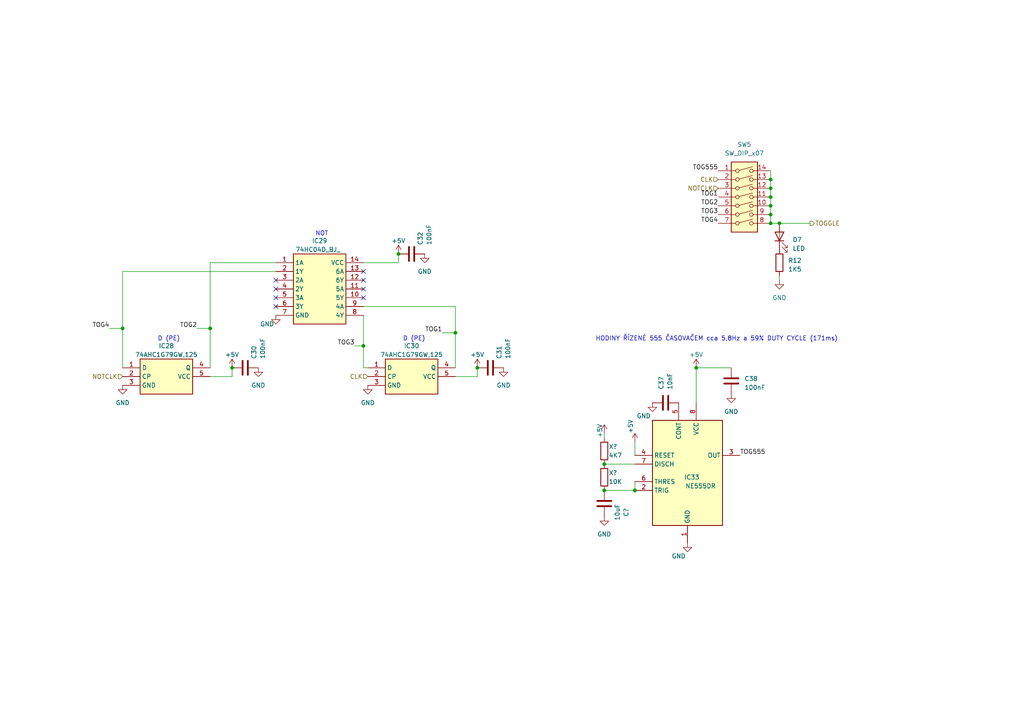
<source format=kicad_sch>
(kicad_sch
	(version 20231120)
	(generator "eeschema")
	(generator_version "8.0")
	(uuid "e315d29e-b5ad-4260-b5ad-f873d9043980")
	(paper "A4")
	(lib_symbols
		(symbol "AAAAAAAAAA:74AHC1G79GW,125"
			(exclude_from_sim no)
			(in_bom yes)
			(on_board yes)
			(property "Reference" "IC"
				(at 21.59 7.62 0)
				(effects
					(font
						(size 1.27 1.27)
					)
					(justify left top)
				)
			)
			(property "Value" "74AHC1G79GW,125"
				(at 21.59 5.08 0)
				(effects
					(font
						(size 1.27 1.27)
					)
					(justify left top)
				)
			)
			(property "Footprint" "SOT65P212X110-5N"
				(at 21.59 -94.92 0)
				(effects
					(font
						(size 1.27 1.27)
					)
					(justify left top)
					(hide yes)
				)
			)
			(property "Datasheet" "https://assets.nexperia.com/documents/data-sheet/74AHC_AHCT1G79.pdf"
				(at 21.59 -194.92 0)
				(effects
					(font
						(size 1.27 1.27)
					)
					(justify left top)
					(hide yes)
				)
			)
			(property "Description" "74AHC(T)1G79 - Single D-type flip-flop; positive-edge trigger@en-us"
				(at 0 0 0)
				(effects
					(font
						(size 1.27 1.27)
					)
					(hide yes)
				)
			)
			(property "Height" "1.1"
				(at 21.59 -394.92 0)
				(effects
					(font
						(size 1.27 1.27)
					)
					(justify left top)
					(hide yes)
				)
			)
			(property "TME Electronic Components Part Number" ""
				(at 21.59 -494.92 0)
				(effects
					(font
						(size 1.27 1.27)
					)
					(justify left top)
					(hide yes)
				)
			)
			(property "TME Electronic Components Price/Stock" ""
				(at 21.59 -594.92 0)
				(effects
					(font
						(size 1.27 1.27)
					)
					(justify left top)
					(hide yes)
				)
			)
			(property "Manufacturer_Name" "Nexperia"
				(at 21.59 -694.92 0)
				(effects
					(font
						(size 1.27 1.27)
					)
					(justify left top)
					(hide yes)
				)
			)
			(property "Manufacturer_Part_Number" "74AHC1G79GW,125"
				(at 21.59 -794.92 0)
				(effects
					(font
						(size 1.27 1.27)
					)
					(justify left top)
					(hide yes)
				)
			)
			(symbol "74AHC1G79GW,125_1_1"
				(rectangle
					(start 5.08 2.54)
					(end 20.32 -7.62)
					(stroke
						(width 0.254)
						(type default)
					)
					(fill
						(type background)
					)
				)
				(pin passive line
					(at 0 0 0)
					(length 5.08)
					(name "D"
						(effects
							(font
								(size 1.27 1.27)
							)
						)
					)
					(number "1"
						(effects
							(font
								(size 1.27 1.27)
							)
						)
					)
				)
				(pin passive line
					(at 0 -2.54 0)
					(length 5.08)
					(name "CP"
						(effects
							(font
								(size 1.27 1.27)
							)
						)
					)
					(number "2"
						(effects
							(font
								(size 1.27 1.27)
							)
						)
					)
				)
				(pin passive line
					(at 0 -5.08 0)
					(length 5.08)
					(name "GND"
						(effects
							(font
								(size 1.27 1.27)
							)
						)
					)
					(number "3"
						(effects
							(font
								(size 1.27 1.27)
							)
						)
					)
				)
				(pin passive line
					(at 25.4 0 180)
					(length 5.08)
					(name "Q"
						(effects
							(font
								(size 1.27 1.27)
							)
						)
					)
					(number "4"
						(effects
							(font
								(size 1.27 1.27)
							)
						)
					)
				)
				(pin passive line
					(at 25.4 -2.54 180)
					(length 5.08)
					(name "VCC"
						(effects
							(font
								(size 1.27 1.27)
							)
						)
					)
					(number "5"
						(effects
							(font
								(size 1.27 1.27)
							)
						)
					)
				)
			)
		)
		(symbol "AAAAAAAAAA:74HC04D_BJ_"
			(exclude_from_sim no)
			(in_bom yes)
			(on_board yes)
			(property "Reference" "IC"
				(at 21.59 7.62 0)
				(effects
					(font
						(size 1.27 1.27)
					)
					(justify left top)
				)
			)
			(property "Value" "74HC04D_BJ_"
				(at 21.59 5.08 0)
				(effects
					(font
						(size 1.27 1.27)
					)
					(justify left top)
				)
			)
			(property "Footprint" "SOIC127P600X175-14N"
				(at 21.59 -94.92 0)
				(effects
					(font
						(size 1.27 1.27)
					)
					(justify left top)
					(hide yes)
				)
			)
			(property "Datasheet" "http://toshiba.semicon-storage.com/info/docget.jsp?did=37182&prodName=74HC04D"
				(at 21.59 -194.92 0)
				(effects
					(font
						(size 1.27 1.27)
					)
					(justify left top)
					(hide yes)
				)
			)
			(property "Description" "74HC CMOS LOGIC IC SERIES SOIC14"
				(at 0 0 0)
				(effects
					(font
						(size 1.27 1.27)
					)
					(hide yes)
				)
			)
			(property "Height" "1.75"
				(at 21.59 -394.92 0)
				(effects
					(font
						(size 1.27 1.27)
					)
					(justify left top)
					(hide yes)
				)
			)
			(property "TME Electronic Components Part Number" ""
				(at 21.59 -494.92 0)
				(effects
					(font
						(size 1.27 1.27)
					)
					(justify left top)
					(hide yes)
				)
			)
			(property "TME Electronic Components Price/Stock" ""
				(at 21.59 -594.92 0)
				(effects
					(font
						(size 1.27 1.27)
					)
					(justify left top)
					(hide yes)
				)
			)
			(property "Manufacturer_Name" "Toshiba"
				(at 21.59 -694.92 0)
				(effects
					(font
						(size 1.27 1.27)
					)
					(justify left top)
					(hide yes)
				)
			)
			(property "Manufacturer_Part_Number" "74HC04D(BJ)"
				(at 21.59 -794.92 0)
				(effects
					(font
						(size 1.27 1.27)
					)
					(justify left top)
					(hide yes)
				)
			)
			(symbol "74HC04D_BJ__1_1"
				(rectangle
					(start 5.08 2.54)
					(end 20.32 -17.78)
					(stroke
						(width 0.254)
						(type default)
					)
					(fill
						(type background)
					)
				)
				(pin input line
					(at 0 0 0)
					(length 5.08)
					(name "1A"
						(effects
							(font
								(size 1.27 1.27)
							)
						)
					)
					(number "1"
						(effects
							(font
								(size 1.27 1.27)
							)
						)
					)
				)
				(pin output line
					(at 25.4 -10.16 180)
					(length 5.08)
					(name "5Y"
						(effects
							(font
								(size 1.27 1.27)
							)
						)
					)
					(number "10"
						(effects
							(font
								(size 1.27 1.27)
							)
						)
					)
				)
				(pin input line
					(at 25.4 -7.62 180)
					(length 5.08)
					(name "5A"
						(effects
							(font
								(size 1.27 1.27)
							)
						)
					)
					(number "11"
						(effects
							(font
								(size 1.27 1.27)
							)
						)
					)
				)
				(pin output line
					(at 25.4 -5.08 180)
					(length 5.08)
					(name "6Y"
						(effects
							(font
								(size 1.27 1.27)
							)
						)
					)
					(number "12"
						(effects
							(font
								(size 1.27 1.27)
							)
						)
					)
				)
				(pin input line
					(at 25.4 -2.54 180)
					(length 5.08)
					(name "6A"
						(effects
							(font
								(size 1.27 1.27)
							)
						)
					)
					(number "13"
						(effects
							(font
								(size 1.27 1.27)
							)
						)
					)
				)
				(pin power_in line
					(at 25.4 0 180)
					(length 5.08)
					(name "VCC"
						(effects
							(font
								(size 1.27 1.27)
							)
						)
					)
					(number "14"
						(effects
							(font
								(size 1.27 1.27)
							)
						)
					)
				)
				(pin output line
					(at 0 -2.54 0)
					(length 5.08)
					(name "1Y"
						(effects
							(font
								(size 1.27 1.27)
							)
						)
					)
					(number "2"
						(effects
							(font
								(size 1.27 1.27)
							)
						)
					)
				)
				(pin input line
					(at 0 -5.08 0)
					(length 5.08)
					(name "2A"
						(effects
							(font
								(size 1.27 1.27)
							)
						)
					)
					(number "3"
						(effects
							(font
								(size 1.27 1.27)
							)
						)
					)
				)
				(pin output line
					(at 0 -7.62 0)
					(length 5.08)
					(name "2Y"
						(effects
							(font
								(size 1.27 1.27)
							)
						)
					)
					(number "4"
						(effects
							(font
								(size 1.27 1.27)
							)
						)
					)
				)
				(pin input line
					(at 0 -10.16 0)
					(length 5.08)
					(name "3A"
						(effects
							(font
								(size 1.27 1.27)
							)
						)
					)
					(number "5"
						(effects
							(font
								(size 1.27 1.27)
							)
						)
					)
				)
				(pin output line
					(at 0 -12.7 0)
					(length 5.08)
					(name "3Y"
						(effects
							(font
								(size 1.27 1.27)
							)
						)
					)
					(number "6"
						(effects
							(font
								(size 1.27 1.27)
							)
						)
					)
				)
				(pin power_in line
					(at 0 -15.24 0)
					(length 5.08)
					(name "GND"
						(effects
							(font
								(size 1.27 1.27)
							)
						)
					)
					(number "7"
						(effects
							(font
								(size 1.27 1.27)
							)
						)
					)
				)
				(pin output line
					(at 25.4 -15.24 180)
					(length 5.08)
					(name "4Y"
						(effects
							(font
								(size 1.27 1.27)
							)
						)
					)
					(number "8"
						(effects
							(font
								(size 1.27 1.27)
							)
						)
					)
				)
				(pin input line
					(at 25.4 -12.7 180)
					(length 5.08)
					(name "4A"
						(effects
							(font
								(size 1.27 1.27)
							)
						)
					)
					(number "9"
						(effects
							(font
								(size 1.27 1.27)
							)
						)
					)
				)
			)
		)
		(symbol "AAAAAAAAAA:NE555DR"
			(exclude_from_sim no)
			(in_bom yes)
			(on_board yes)
			(property "Reference" "IC"
				(at 26.67 15.24 0)
				(effects
					(font
						(size 1.27 1.27)
					)
					(justify left top)
				)
			)
			(property "Value" "NE555DR"
				(at 26.67 12.7 0)
				(effects
					(font
						(size 1.27 1.27)
					)
					(justify left top)
				)
			)
			(property "Footprint" "SOIC127P600X175-8N"
				(at 26.67 -87.3 0)
				(effects
					(font
						(size 1.27 1.27)
					)
					(justify left top)
					(hide yes)
				)
			)
			(property "Datasheet" "https://g.componentsearchengine.com/Datasheets/0/6648.pdf"
				(at 26.67 -187.3 0)
				(effects
					(font
						(size 1.27 1.27)
					)
					(justify left top)
					(hide yes)
				)
			)
			(property "Description" "Single Precision Timer"
				(at 0 0 0)
				(effects
					(font
						(size 1.27 1.27)
					)
					(hide yes)
				)
			)
			(property "Height" "1.75"
				(at 26.67 -387.3 0)
				(effects
					(font
						(size 1.27 1.27)
					)
					(justify left top)
					(hide yes)
				)
			)
			(property "TME Electronic Components Part Number" ""
				(at 26.67 -487.3 0)
				(effects
					(font
						(size 1.27 1.27)
					)
					(justify left top)
					(hide yes)
				)
			)
			(property "TME Electronic Components Price/Stock" ""
				(at 26.67 -587.3 0)
				(effects
					(font
						(size 1.27 1.27)
					)
					(justify left top)
					(hide yes)
				)
			)
			(property "Manufacturer_Name" "Texas Instruments"
				(at 26.67 -687.3 0)
				(effects
					(font
						(size 1.27 1.27)
					)
					(justify left top)
					(hide yes)
				)
			)
			(property "Manufacturer_Part_Number" "NE555DR"
				(at 26.67 -787.3 0)
				(effects
					(font
						(size 1.27 1.27)
					)
					(justify left top)
					(hide yes)
				)
			)
			(symbol "NE555DR_1_1"
				(rectangle
					(start 5.08 10.16)
					(end 25.4 -20.32)
					(stroke
						(width 0.254)
						(type default)
					)
					(fill
						(type background)
					)
				)
				(pin passive line
					(at 15.24 -25.4 90)
					(length 5.08)
					(name "GND"
						(effects
							(font
								(size 1.27 1.27)
							)
						)
					)
					(number "1"
						(effects
							(font
								(size 1.27 1.27)
							)
						)
					)
				)
				(pin passive line
					(at 0 -10.16 0)
					(length 5.08)
					(name "TRIG"
						(effects
							(font
								(size 1.27 1.27)
							)
						)
					)
					(number "2"
						(effects
							(font
								(size 1.27 1.27)
							)
						)
					)
				)
				(pin passive line
					(at 30.48 0 180)
					(length 5.08)
					(name "OUT"
						(effects
							(font
								(size 1.27 1.27)
							)
						)
					)
					(number "3"
						(effects
							(font
								(size 1.27 1.27)
							)
						)
					)
				)
				(pin passive line
					(at 0 0 0)
					(length 5.08)
					(name "RESET"
						(effects
							(font
								(size 1.27 1.27)
							)
						)
					)
					(number "4"
						(effects
							(font
								(size 1.27 1.27)
							)
						)
					)
				)
				(pin passive line
					(at 12.7 15.24 270)
					(length 5.08)
					(name "CONT"
						(effects
							(font
								(size 1.27 1.27)
							)
						)
					)
					(number "5"
						(effects
							(font
								(size 1.27 1.27)
							)
						)
					)
				)
				(pin passive line
					(at 0 -7.62 0)
					(length 5.08)
					(name "THRES"
						(effects
							(font
								(size 1.27 1.27)
							)
						)
					)
					(number "6"
						(effects
							(font
								(size 1.27 1.27)
							)
						)
					)
				)
				(pin passive line
					(at 0 -2.54 0)
					(length 5.08)
					(name "DISCH"
						(effects
							(font
								(size 1.27 1.27)
							)
						)
					)
					(number "7"
						(effects
							(font
								(size 1.27 1.27)
							)
						)
					)
				)
				(pin passive line
					(at 17.78 15.24 270)
					(length 5.08)
					(name "VCC"
						(effects
							(font
								(size 1.27 1.27)
							)
						)
					)
					(number "8"
						(effects
							(font
								(size 1.27 1.27)
							)
						)
					)
				)
			)
		)
		(symbol "Device:C"
			(pin_numbers hide)
			(pin_names
				(offset 0.254)
			)
			(exclude_from_sim no)
			(in_bom yes)
			(on_board yes)
			(property "Reference" "C"
				(at 0.635 2.54 0)
				(effects
					(font
						(size 1.27 1.27)
					)
					(justify left)
				)
			)
			(property "Value" "C"
				(at 0.635 -2.54 0)
				(effects
					(font
						(size 1.27 1.27)
					)
					(justify left)
				)
			)
			(property "Footprint" ""
				(at 0.9652 -3.81 0)
				(effects
					(font
						(size 1.27 1.27)
					)
					(hide yes)
				)
			)
			(property "Datasheet" "~"
				(at 0 0 0)
				(effects
					(font
						(size 1.27 1.27)
					)
					(hide yes)
				)
			)
			(property "Description" "Unpolarized capacitor"
				(at 0 0 0)
				(effects
					(font
						(size 1.27 1.27)
					)
					(hide yes)
				)
			)
			(property "ki_keywords" "cap capacitor"
				(at 0 0 0)
				(effects
					(font
						(size 1.27 1.27)
					)
					(hide yes)
				)
			)
			(property "ki_fp_filters" "C_*"
				(at 0 0 0)
				(effects
					(font
						(size 1.27 1.27)
					)
					(hide yes)
				)
			)
			(symbol "C_0_1"
				(polyline
					(pts
						(xy -2.032 -0.762) (xy 2.032 -0.762)
					)
					(stroke
						(width 0.508)
						(type default)
					)
					(fill
						(type none)
					)
				)
				(polyline
					(pts
						(xy -2.032 0.762) (xy 2.032 0.762)
					)
					(stroke
						(width 0.508)
						(type default)
					)
					(fill
						(type none)
					)
				)
			)
			(symbol "C_1_1"
				(pin passive line
					(at 0 3.81 270)
					(length 2.794)
					(name "~"
						(effects
							(font
								(size 1.27 1.27)
							)
						)
					)
					(number "1"
						(effects
							(font
								(size 1.27 1.27)
							)
						)
					)
				)
				(pin passive line
					(at 0 -3.81 90)
					(length 2.794)
					(name "~"
						(effects
							(font
								(size 1.27 1.27)
							)
						)
					)
					(number "2"
						(effects
							(font
								(size 1.27 1.27)
							)
						)
					)
				)
			)
		)
		(symbol "Device:LED"
			(pin_numbers hide)
			(pin_names
				(offset 1.016) hide)
			(exclude_from_sim no)
			(in_bom yes)
			(on_board yes)
			(property "Reference" "D"
				(at 0 2.54 0)
				(effects
					(font
						(size 1.27 1.27)
					)
				)
			)
			(property "Value" "LED"
				(at 0 -2.54 0)
				(effects
					(font
						(size 1.27 1.27)
					)
				)
			)
			(property "Footprint" ""
				(at 0 0 0)
				(effects
					(font
						(size 1.27 1.27)
					)
					(hide yes)
				)
			)
			(property "Datasheet" "~"
				(at 0 0 0)
				(effects
					(font
						(size 1.27 1.27)
					)
					(hide yes)
				)
			)
			(property "Description" "Light emitting diode"
				(at 0 0 0)
				(effects
					(font
						(size 1.27 1.27)
					)
					(hide yes)
				)
			)
			(property "ki_keywords" "LED diode"
				(at 0 0 0)
				(effects
					(font
						(size 1.27 1.27)
					)
					(hide yes)
				)
			)
			(property "ki_fp_filters" "LED* LED_SMD:* LED_THT:*"
				(at 0 0 0)
				(effects
					(font
						(size 1.27 1.27)
					)
					(hide yes)
				)
			)
			(symbol "LED_0_1"
				(polyline
					(pts
						(xy -1.27 -1.27) (xy -1.27 1.27)
					)
					(stroke
						(width 0.254)
						(type default)
					)
					(fill
						(type none)
					)
				)
				(polyline
					(pts
						(xy -1.27 0) (xy 1.27 0)
					)
					(stroke
						(width 0)
						(type default)
					)
					(fill
						(type none)
					)
				)
				(polyline
					(pts
						(xy 1.27 -1.27) (xy 1.27 1.27) (xy -1.27 0) (xy 1.27 -1.27)
					)
					(stroke
						(width 0.254)
						(type default)
					)
					(fill
						(type none)
					)
				)
				(polyline
					(pts
						(xy -3.048 -0.762) (xy -4.572 -2.286) (xy -3.81 -2.286) (xy -4.572 -2.286) (xy -4.572 -1.524)
					)
					(stroke
						(width 0)
						(type default)
					)
					(fill
						(type none)
					)
				)
				(polyline
					(pts
						(xy -1.778 -0.762) (xy -3.302 -2.286) (xy -2.54 -2.286) (xy -3.302 -2.286) (xy -3.302 -1.524)
					)
					(stroke
						(width 0)
						(type default)
					)
					(fill
						(type none)
					)
				)
			)
			(symbol "LED_1_1"
				(pin passive line
					(at -3.81 0 0)
					(length 2.54)
					(name "K"
						(effects
							(font
								(size 1.27 1.27)
							)
						)
					)
					(number "1"
						(effects
							(font
								(size 1.27 1.27)
							)
						)
					)
				)
				(pin passive line
					(at 3.81 0 180)
					(length 2.54)
					(name "A"
						(effects
							(font
								(size 1.27 1.27)
							)
						)
					)
					(number "2"
						(effects
							(font
								(size 1.27 1.27)
							)
						)
					)
				)
			)
		)
		(symbol "Device:R"
			(pin_numbers hide)
			(pin_names
				(offset 0)
			)
			(exclude_from_sim no)
			(in_bom yes)
			(on_board yes)
			(property "Reference" "R"
				(at 2.032 0 90)
				(effects
					(font
						(size 1.27 1.27)
					)
				)
			)
			(property "Value" "R"
				(at 0 0 90)
				(effects
					(font
						(size 1.27 1.27)
					)
				)
			)
			(property "Footprint" ""
				(at -1.778 0 90)
				(effects
					(font
						(size 1.27 1.27)
					)
					(hide yes)
				)
			)
			(property "Datasheet" "~"
				(at 0 0 0)
				(effects
					(font
						(size 1.27 1.27)
					)
					(hide yes)
				)
			)
			(property "Description" "Resistor"
				(at 0 0 0)
				(effects
					(font
						(size 1.27 1.27)
					)
					(hide yes)
				)
			)
			(property "ki_keywords" "R res resistor"
				(at 0 0 0)
				(effects
					(font
						(size 1.27 1.27)
					)
					(hide yes)
				)
			)
			(property "ki_fp_filters" "R_*"
				(at 0 0 0)
				(effects
					(font
						(size 1.27 1.27)
					)
					(hide yes)
				)
			)
			(symbol "R_0_1"
				(rectangle
					(start -1.016 -2.54)
					(end 1.016 2.54)
					(stroke
						(width 0.254)
						(type default)
					)
					(fill
						(type none)
					)
				)
			)
			(symbol "R_1_1"
				(pin passive line
					(at 0 3.81 270)
					(length 1.27)
					(name "~"
						(effects
							(font
								(size 1.27 1.27)
							)
						)
					)
					(number "1"
						(effects
							(font
								(size 1.27 1.27)
							)
						)
					)
				)
				(pin passive line
					(at 0 -3.81 90)
					(length 1.27)
					(name "~"
						(effects
							(font
								(size 1.27 1.27)
							)
						)
					)
					(number "2"
						(effects
							(font
								(size 1.27 1.27)
							)
						)
					)
				)
			)
		)
		(symbol "GND_1"
			(power)
			(pin_names
				(offset 0)
			)
			(exclude_from_sim no)
			(in_bom yes)
			(on_board yes)
			(property "Reference" "#PWR"
				(at 0 -6.35 0)
				(effects
					(font
						(size 1.27 1.27)
					)
					(hide yes)
				)
			)
			(property "Value" "GND_1"
				(at 0 -3.81 0)
				(effects
					(font
						(size 1.27 1.27)
					)
				)
			)
			(property "Footprint" ""
				(at 0 0 0)
				(effects
					(font
						(size 1.27 1.27)
					)
					(hide yes)
				)
			)
			(property "Datasheet" ""
				(at 0 0 0)
				(effects
					(font
						(size 1.27 1.27)
					)
					(hide yes)
				)
			)
			(property "Description" "Power symbol creates a global label with name \"GND\" , ground"
				(at 0 0 0)
				(effects
					(font
						(size 1.27 1.27)
					)
					(hide yes)
				)
			)
			(property "ki_keywords" "global power"
				(at 0 0 0)
				(effects
					(font
						(size 1.27 1.27)
					)
					(hide yes)
				)
			)
			(symbol "GND_1_0_1"
				(polyline
					(pts
						(xy 0 0) (xy 0 -1.27) (xy 1.27 -1.27) (xy 0 -2.54) (xy -1.27 -1.27) (xy 0 -1.27)
					)
					(stroke
						(width 0)
						(type default)
					)
					(fill
						(type none)
					)
				)
			)
			(symbol "GND_1_1_1"
				(pin power_in line
					(at 0 0 270)
					(length 0) hide
					(name "GND"
						(effects
							(font
								(size 1.27 1.27)
							)
						)
					)
					(number "1"
						(effects
							(font
								(size 1.27 1.27)
							)
						)
					)
				)
			)
		)
		(symbol "Switch:SW_DIP_x07"
			(pin_names
				(offset 0) hide)
			(exclude_from_sim no)
			(in_bom yes)
			(on_board yes)
			(property "Reference" "SW"
				(at 0 11.43 0)
				(effects
					(font
						(size 1.27 1.27)
					)
				)
			)
			(property "Value" "SW_DIP_x07"
				(at 0 -11.43 0)
				(effects
					(font
						(size 1.27 1.27)
					)
				)
			)
			(property "Footprint" ""
				(at 0 -2.54 0)
				(effects
					(font
						(size 1.27 1.27)
					)
					(hide yes)
				)
			)
			(property "Datasheet" "~"
				(at 0 -2.54 0)
				(effects
					(font
						(size 1.27 1.27)
					)
					(hide yes)
				)
			)
			(property "Description" "7x DIP Switch, Single Pole Single Throw (SPST) switch, small symbol"
				(at 0 0 0)
				(effects
					(font
						(size 1.27 1.27)
					)
					(hide yes)
				)
			)
			(property "ki_keywords" "dip switch"
				(at 0 0 0)
				(effects
					(font
						(size 1.27 1.27)
					)
					(hide yes)
				)
			)
			(property "ki_fp_filters" "SW?DIP?x7*"
				(at 0 0 0)
				(effects
					(font
						(size 1.27 1.27)
					)
					(hide yes)
				)
			)
			(symbol "SW_DIP_x07_0_0"
				(circle
					(center -2.032 -7.62)
					(radius 0.508)
					(stroke
						(width 0)
						(type default)
					)
					(fill
						(type none)
					)
				)
				(circle
					(center -2.032 -5.08)
					(radius 0.508)
					(stroke
						(width 0)
						(type default)
					)
					(fill
						(type none)
					)
				)
				(circle
					(center -2.032 -2.54)
					(radius 0.508)
					(stroke
						(width 0)
						(type default)
					)
					(fill
						(type none)
					)
				)
				(circle
					(center -2.032 0)
					(radius 0.508)
					(stroke
						(width 0)
						(type default)
					)
					(fill
						(type none)
					)
				)
				(circle
					(center -2.032 2.54)
					(radius 0.508)
					(stroke
						(width 0)
						(type default)
					)
					(fill
						(type none)
					)
				)
				(circle
					(center -2.032 5.08)
					(radius 0.508)
					(stroke
						(width 0)
						(type default)
					)
					(fill
						(type none)
					)
				)
				(circle
					(center -2.032 7.62)
					(radius 0.508)
					(stroke
						(width 0)
						(type default)
					)
					(fill
						(type none)
					)
				)
				(polyline
					(pts
						(xy -1.524 -7.4676) (xy 2.3622 -6.4262)
					)
					(stroke
						(width 0)
						(type default)
					)
					(fill
						(type none)
					)
				)
				(polyline
					(pts
						(xy -1.524 -4.9276) (xy 2.3622 -3.8862)
					)
					(stroke
						(width 0)
						(type default)
					)
					(fill
						(type none)
					)
				)
				(polyline
					(pts
						(xy -1.524 -2.413) (xy 2.3622 -1.3716)
					)
					(stroke
						(width 0)
						(type default)
					)
					(fill
						(type none)
					)
				)
				(polyline
					(pts
						(xy -1.524 0.127) (xy 2.3622 1.1684)
					)
					(stroke
						(width 0)
						(type default)
					)
					(fill
						(type none)
					)
				)
				(polyline
					(pts
						(xy -1.524 2.667) (xy 2.3622 3.7084)
					)
					(stroke
						(width 0)
						(type default)
					)
					(fill
						(type none)
					)
				)
				(polyline
					(pts
						(xy -1.524 5.207) (xy 2.3622 6.2484)
					)
					(stroke
						(width 0)
						(type default)
					)
					(fill
						(type none)
					)
				)
				(polyline
					(pts
						(xy -1.524 7.747) (xy 2.3622 8.7884)
					)
					(stroke
						(width 0)
						(type default)
					)
					(fill
						(type none)
					)
				)
				(circle
					(center 2.032 -7.62)
					(radius 0.508)
					(stroke
						(width 0)
						(type default)
					)
					(fill
						(type none)
					)
				)
				(circle
					(center 2.032 -5.08)
					(radius 0.508)
					(stroke
						(width 0)
						(type default)
					)
					(fill
						(type none)
					)
				)
				(circle
					(center 2.032 -2.54)
					(radius 0.508)
					(stroke
						(width 0)
						(type default)
					)
					(fill
						(type none)
					)
				)
				(circle
					(center 2.032 0)
					(radius 0.508)
					(stroke
						(width 0)
						(type default)
					)
					(fill
						(type none)
					)
				)
				(circle
					(center 2.032 2.54)
					(radius 0.508)
					(stroke
						(width 0)
						(type default)
					)
					(fill
						(type none)
					)
				)
				(circle
					(center 2.032 5.08)
					(radius 0.508)
					(stroke
						(width 0)
						(type default)
					)
					(fill
						(type none)
					)
				)
				(circle
					(center 2.032 7.62)
					(radius 0.508)
					(stroke
						(width 0)
						(type default)
					)
					(fill
						(type none)
					)
				)
			)
			(symbol "SW_DIP_x07_0_1"
				(rectangle
					(start -3.81 10.16)
					(end 3.81 -10.16)
					(stroke
						(width 0.254)
						(type default)
					)
					(fill
						(type background)
					)
				)
			)
			(symbol "SW_DIP_x07_1_1"
				(pin passive line
					(at -7.62 7.62 0)
					(length 5.08)
					(name "~"
						(effects
							(font
								(size 1.27 1.27)
							)
						)
					)
					(number "1"
						(effects
							(font
								(size 1.27 1.27)
							)
						)
					)
				)
				(pin passive line
					(at 7.62 -2.54 180)
					(length 5.08)
					(name "~"
						(effects
							(font
								(size 1.27 1.27)
							)
						)
					)
					(number "10"
						(effects
							(font
								(size 1.27 1.27)
							)
						)
					)
				)
				(pin passive line
					(at 7.62 0 180)
					(length 5.08)
					(name "~"
						(effects
							(font
								(size 1.27 1.27)
							)
						)
					)
					(number "11"
						(effects
							(font
								(size 1.27 1.27)
							)
						)
					)
				)
				(pin passive line
					(at 7.62 2.54 180)
					(length 5.08)
					(name "~"
						(effects
							(font
								(size 1.27 1.27)
							)
						)
					)
					(number "12"
						(effects
							(font
								(size 1.27 1.27)
							)
						)
					)
				)
				(pin passive line
					(at 7.62 5.08 180)
					(length 5.08)
					(name "~"
						(effects
							(font
								(size 1.27 1.27)
							)
						)
					)
					(number "13"
						(effects
							(font
								(size 1.27 1.27)
							)
						)
					)
				)
				(pin passive line
					(at 7.62 7.62 180)
					(length 5.08)
					(name "~"
						(effects
							(font
								(size 1.27 1.27)
							)
						)
					)
					(number "14"
						(effects
							(font
								(size 1.27 1.27)
							)
						)
					)
				)
				(pin passive line
					(at -7.62 5.08 0)
					(length 5.08)
					(name "~"
						(effects
							(font
								(size 1.27 1.27)
							)
						)
					)
					(number "2"
						(effects
							(font
								(size 1.27 1.27)
							)
						)
					)
				)
				(pin passive line
					(at -7.62 2.54 0)
					(length 5.08)
					(name "~"
						(effects
							(font
								(size 1.27 1.27)
							)
						)
					)
					(number "3"
						(effects
							(font
								(size 1.27 1.27)
							)
						)
					)
				)
				(pin passive line
					(at -7.62 0 0)
					(length 5.08)
					(name "~"
						(effects
							(font
								(size 1.27 1.27)
							)
						)
					)
					(number "4"
						(effects
							(font
								(size 1.27 1.27)
							)
						)
					)
				)
				(pin passive line
					(at -7.62 -2.54 0)
					(length 5.08)
					(name "~"
						(effects
							(font
								(size 1.27 1.27)
							)
						)
					)
					(number "5"
						(effects
							(font
								(size 1.27 1.27)
							)
						)
					)
				)
				(pin passive line
					(at -7.62 -5.08 0)
					(length 5.08)
					(name "~"
						(effects
							(font
								(size 1.27 1.27)
							)
						)
					)
					(number "6"
						(effects
							(font
								(size 1.27 1.27)
							)
						)
					)
				)
				(pin passive line
					(at -7.62 -7.62 0)
					(length 5.08)
					(name "~"
						(effects
							(font
								(size 1.27 1.27)
							)
						)
					)
					(number "7"
						(effects
							(font
								(size 1.27 1.27)
							)
						)
					)
				)
				(pin passive line
					(at 7.62 -7.62 180)
					(length 5.08)
					(name "~"
						(effects
							(font
								(size 1.27 1.27)
							)
						)
					)
					(number "8"
						(effects
							(font
								(size 1.27 1.27)
							)
						)
					)
				)
				(pin passive line
					(at 7.62 -5.08 180)
					(length 5.08)
					(name "~"
						(effects
							(font
								(size 1.27 1.27)
							)
						)
					)
					(number "9"
						(effects
							(font
								(size 1.27 1.27)
							)
						)
					)
				)
			)
		)
		(symbol "power:+5V"
			(power)
			(pin_names
				(offset 0)
			)
			(exclude_from_sim no)
			(in_bom yes)
			(on_board yes)
			(property "Reference" "#PWR"
				(at 0 -3.81 0)
				(effects
					(font
						(size 1.27 1.27)
					)
					(hide yes)
				)
			)
			(property "Value" "+5V"
				(at 0 3.556 0)
				(effects
					(font
						(size 1.27 1.27)
					)
				)
			)
			(property "Footprint" ""
				(at 0 0 0)
				(effects
					(font
						(size 1.27 1.27)
					)
					(hide yes)
				)
			)
			(property "Datasheet" ""
				(at 0 0 0)
				(effects
					(font
						(size 1.27 1.27)
					)
					(hide yes)
				)
			)
			(property "Description" "Power symbol creates a global label with name \"+5V\""
				(at 0 0 0)
				(effects
					(font
						(size 1.27 1.27)
					)
					(hide yes)
				)
			)
			(property "ki_keywords" "global power"
				(at 0 0 0)
				(effects
					(font
						(size 1.27 1.27)
					)
					(hide yes)
				)
			)
			(symbol "+5V_0_1"
				(polyline
					(pts
						(xy -0.762 1.27) (xy 0 2.54)
					)
					(stroke
						(width 0)
						(type default)
					)
					(fill
						(type none)
					)
				)
				(polyline
					(pts
						(xy 0 0) (xy 0 2.54)
					)
					(stroke
						(width 0)
						(type default)
					)
					(fill
						(type none)
					)
				)
				(polyline
					(pts
						(xy 0 2.54) (xy 0.762 1.27)
					)
					(stroke
						(width 0)
						(type default)
					)
					(fill
						(type none)
					)
				)
			)
			(symbol "+5V_1_1"
				(pin power_in line
					(at 0 0 90)
					(length 0) hide
					(name "+5V"
						(effects
							(font
								(size 1.27 1.27)
							)
						)
					)
					(number "1"
						(effects
							(font
								(size 1.27 1.27)
							)
						)
					)
				)
			)
		)
		(symbol "power:GND"
			(power)
			(pin_names
				(offset 0)
			)
			(exclude_from_sim no)
			(in_bom yes)
			(on_board yes)
			(property "Reference" "#PWR"
				(at 0 -6.35 0)
				(effects
					(font
						(size 1.27 1.27)
					)
					(hide yes)
				)
			)
			(property "Value" "GND"
				(at 0 -3.81 0)
				(effects
					(font
						(size 1.27 1.27)
					)
				)
			)
			(property "Footprint" ""
				(at 0 0 0)
				(effects
					(font
						(size 1.27 1.27)
					)
					(hide yes)
				)
			)
			(property "Datasheet" ""
				(at 0 0 0)
				(effects
					(font
						(size 1.27 1.27)
					)
					(hide yes)
				)
			)
			(property "Description" "Power symbol creates a global label with name \"GND\" , ground"
				(at 0 0 0)
				(effects
					(font
						(size 1.27 1.27)
					)
					(hide yes)
				)
			)
			(property "ki_keywords" "global power"
				(at 0 0 0)
				(effects
					(font
						(size 1.27 1.27)
					)
					(hide yes)
				)
			)
			(symbol "GND_0_1"
				(polyline
					(pts
						(xy 0 0) (xy 0 -1.27) (xy 1.27 -1.27) (xy 0 -2.54) (xy -1.27 -1.27) (xy 0 -1.27)
					)
					(stroke
						(width 0)
						(type default)
					)
					(fill
						(type none)
					)
				)
			)
			(symbol "GND_1_1"
				(pin power_in line
					(at 0 0 270)
					(length 0) hide
					(name "GND"
						(effects
							(font
								(size 1.27 1.27)
							)
						)
					)
					(number "1"
						(effects
							(font
								(size 1.27 1.27)
							)
						)
					)
				)
			)
		)
	)
	(junction
		(at 223.52 59.69)
		(diameter 0)
		(color 0 0 0 0)
		(uuid "011da8c7-6341-48c6-b154-7d3e500c7c69")
	)
	(junction
		(at 223.52 64.77)
		(diameter 0)
		(color 0 0 0 0)
		(uuid "0ced8584-416b-4ea9-9c63-8185caffc119")
	)
	(junction
		(at 175.26 142.24)
		(diameter 0)
		(color 0 0 0 0)
		(uuid "44ba2e8e-14b0-4184-ae00-3d3924ed00e0")
	)
	(junction
		(at 201.93 106.68)
		(diameter 0)
		(color 0 0 0 0)
		(uuid "54a0847a-7478-49aa-bdd7-665e621dbfc4")
	)
	(junction
		(at 115.57 73.66)
		(diameter 0)
		(color 0 0 0 0)
		(uuid "600bd573-d4ea-40f7-a3a2-f618495a6f70")
	)
	(junction
		(at 105.41 100.33)
		(diameter 0)
		(color 0 0 0 0)
		(uuid "6dd38348-3d36-4db4-8ef4-88e2e195a013")
	)
	(junction
		(at 223.52 54.61)
		(diameter 0)
		(color 0 0 0 0)
		(uuid "78d369d1-01c3-4953-ab7e-463836bf2f79")
	)
	(junction
		(at 67.31 106.68)
		(diameter 0)
		(color 0 0 0 0)
		(uuid "7d4c6a09-c00c-427c-9706-73ee2843493e")
	)
	(junction
		(at 226.06 64.77)
		(diameter 0)
		(color 0 0 0 0)
		(uuid "994587e4-92fd-4cfe-876d-801122b7ca42")
	)
	(junction
		(at 175.26 134.62)
		(diameter 0)
		(color 0 0 0 0)
		(uuid "a156e900-01d6-4252-8d45-8ecd183570ea")
	)
	(junction
		(at 132.08 96.52)
		(diameter 0)
		(color 0 0 0 0)
		(uuid "a163fc66-2ed4-4c26-a9e9-6c0e672f80b7")
	)
	(junction
		(at 223.52 52.07)
		(diameter 0)
		(color 0 0 0 0)
		(uuid "a9092b75-a9cb-4ea2-b529-5838aff79440")
	)
	(junction
		(at 138.43 106.68)
		(diameter 0)
		(color 0 0 0 0)
		(uuid "ac6f2373-3c5e-4090-a757-6e563abec29a")
	)
	(junction
		(at 35.56 95.25)
		(diameter 0)
		(color 0 0 0 0)
		(uuid "bd0cc3f2-f146-438e-8563-01378c3ad454")
	)
	(junction
		(at 60.96 95.25)
		(diameter 0)
		(color 0 0 0 0)
		(uuid "c11ddc76-650f-46cd-88d1-7a240e703e1b")
	)
	(junction
		(at 223.52 62.23)
		(diameter 0)
		(color 0 0 0 0)
		(uuid "c5150db0-2ace-4633-bf7c-a5ca20b05bc4")
	)
	(junction
		(at 184.15 142.24)
		(diameter 0)
		(color 0 0 0 0)
		(uuid "d662c231-0bfb-478e-931e-afc52835c020")
	)
	(junction
		(at 223.52 57.15)
		(diameter 0)
		(color 0 0 0 0)
		(uuid "f673d6ee-f9f9-482e-8da4-6a16e66677fc")
	)
	(no_connect
		(at 80.01 86.36)
		(uuid "1360a5d0-70d6-47a8-87d4-59bb2233f97f")
	)
	(no_connect
		(at 105.41 83.82)
		(uuid "14c3c31e-2926-4fb6-9aab-c20e329dc387")
	)
	(no_connect
		(at 80.01 83.82)
		(uuid "209375d7-cc9f-4660-b5e3-71f753d8d18d")
	)
	(no_connect
		(at 105.41 78.74)
		(uuid "54309f51-6375-43b1-a45d-f5fb7d1019b3")
	)
	(no_connect
		(at 105.41 86.36)
		(uuid "65f92a6f-baf3-4276-983c-caddbda5c473")
	)
	(no_connect
		(at 80.01 88.9)
		(uuid "7e0001ac-e579-4e8b-ad32-ed65df860031")
	)
	(no_connect
		(at 105.41 81.28)
		(uuid "c0fdad02-758d-403a-8cb8-7e687ce38b23")
	)
	(no_connect
		(at 80.01 81.28)
		(uuid "e9371112-914c-494c-8d28-898998addad4")
	)
	(wire
		(pts
			(xy 105.41 106.68) (xy 106.68 106.68)
		)
		(stroke
			(width 0)
			(type default)
		)
		(uuid "0174142b-1c0a-40c6-9c6a-2d1273d6c6b5")
	)
	(wire
		(pts
			(xy 223.52 54.61) (xy 223.52 57.15)
		)
		(stroke
			(width 0)
			(type default)
		)
		(uuid "025a4b5a-4d08-4d87-90cc-9bd058a3c40f")
	)
	(wire
		(pts
			(xy 223.52 49.53) (xy 223.52 52.07)
		)
		(stroke
			(width 0)
			(type default)
		)
		(uuid "10e340c0-de3d-469f-ba64-9f044cc152e2")
	)
	(wire
		(pts
			(xy 67.31 109.22) (xy 60.96 109.22)
		)
		(stroke
			(width 0)
			(type default)
		)
		(uuid "1360e737-07fe-41a2-b169-1b29fb832466")
	)
	(wire
		(pts
			(xy 223.52 62.23) (xy 223.52 64.77)
		)
		(stroke
			(width 0)
			(type default)
		)
		(uuid "16818dfa-4907-41e9-936d-5c29c08aa6be")
	)
	(wire
		(pts
			(xy 223.52 57.15) (xy 223.52 59.69)
		)
		(stroke
			(width 0)
			(type default)
		)
		(uuid "19184586-b77c-4a1f-9933-157405a0de1f")
	)
	(wire
		(pts
			(xy 138.43 109.22) (xy 132.08 109.22)
		)
		(stroke
			(width 0)
			(type default)
		)
		(uuid "19bc6075-e548-4a49-b1fb-f3cfd707b7c0")
	)
	(wire
		(pts
			(xy 201.93 106.68) (xy 212.09 106.68)
		)
		(stroke
			(width 0)
			(type default)
		)
		(uuid "1c6a01d5-0ccf-4a03-a0ef-a3e5e02294ad")
	)
	(wire
		(pts
			(xy 105.41 100.33) (xy 105.41 106.68)
		)
		(stroke
			(width 0)
			(type default)
		)
		(uuid "25e61834-4ef4-4d8b-a0e7-516db0c212c0")
	)
	(wire
		(pts
			(xy 60.96 76.2) (xy 60.96 95.25)
		)
		(stroke
			(width 0)
			(type default)
		)
		(uuid "26083d94-7b3b-4c24-99e2-55ed05361a02")
	)
	(wire
		(pts
			(xy 132.08 106.68) (xy 132.08 96.52)
		)
		(stroke
			(width 0)
			(type default)
		)
		(uuid "2ba3320f-77d0-44c5-a222-5016f5123345")
	)
	(wire
		(pts
			(xy 31.75 95.25) (xy 35.56 95.25)
		)
		(stroke
			(width 0)
			(type default)
		)
		(uuid "35ba6c5d-6f06-4a05-8aaa-022588675890")
	)
	(wire
		(pts
			(xy 132.08 88.9) (xy 105.41 88.9)
		)
		(stroke
			(width 0)
			(type default)
		)
		(uuid "3c04ec9a-1330-436f-962a-8761b745db11")
	)
	(wire
		(pts
			(xy 234.95 64.77) (xy 226.06 64.77)
		)
		(stroke
			(width 0)
			(type default)
		)
		(uuid "3e29b124-c0f8-4360-a870-f903e9f89c62")
	)
	(wire
		(pts
			(xy 60.96 76.2) (xy 80.01 76.2)
		)
		(stroke
			(width 0)
			(type default)
		)
		(uuid "3fca0fc4-c3a8-4b9f-911f-85c034c08707")
	)
	(wire
		(pts
			(xy 175.26 142.24) (xy 184.15 142.24)
		)
		(stroke
			(width 0)
			(type default)
		)
		(uuid "44804b6a-0475-470a-98eb-9014338cc181")
	)
	(wire
		(pts
			(xy 201.93 106.68) (xy 201.93 116.84)
		)
		(stroke
			(width 0)
			(type default)
		)
		(uuid "52acb260-81d1-413e-8b06-a54e1c6ccb41")
	)
	(wire
		(pts
			(xy 138.43 106.68) (xy 138.43 109.22)
		)
		(stroke
			(width 0)
			(type default)
		)
		(uuid "6063e4dc-9b49-4f0a-802b-03c4f885934b")
	)
	(wire
		(pts
			(xy 57.15 95.25) (xy 60.96 95.25)
		)
		(stroke
			(width 0)
			(type default)
		)
		(uuid "63cb0a54-7c80-4092-af82-7d7081a2f7ca")
	)
	(wire
		(pts
			(xy 105.41 76.2) (xy 115.57 76.2)
		)
		(stroke
			(width 0)
			(type default)
		)
		(uuid "685932da-d38d-4c67-85f6-190b2673ff5a")
	)
	(wire
		(pts
			(xy 67.31 106.68) (xy 67.31 109.22)
		)
		(stroke
			(width 0)
			(type default)
		)
		(uuid "6afdce4a-9b8a-4605-8c77-f8223b775fdb")
	)
	(wire
		(pts
			(xy 60.96 106.68) (xy 60.96 95.25)
		)
		(stroke
			(width 0)
			(type default)
		)
		(uuid "74155f73-ccb9-4c23-a5e1-c2e5e8b5b726")
	)
	(wire
		(pts
			(xy 226.06 64.77) (xy 223.52 64.77)
		)
		(stroke
			(width 0)
			(type default)
		)
		(uuid "78ef2d59-a493-44e7-bfe9-248b46f700ce")
	)
	(wire
		(pts
			(xy 175.26 134.62) (xy 184.15 134.62)
		)
		(stroke
			(width 0)
			(type default)
		)
		(uuid "7a5f7125-a684-473a-8c24-b5828a38b98d")
	)
	(wire
		(pts
			(xy 132.08 96.52) (xy 132.08 88.9)
		)
		(stroke
			(width 0)
			(type default)
		)
		(uuid "7ddb1a29-8ed2-49ab-8b0c-c808ea78b721")
	)
	(wire
		(pts
			(xy 226.06 81.28) (xy 226.06 80.01)
		)
		(stroke
			(width 0)
			(type default)
		)
		(uuid "96bfd7ec-f00b-436b-8b37-7d9299b93375")
	)
	(wire
		(pts
			(xy 223.52 59.69) (xy 223.52 62.23)
		)
		(stroke
			(width 0)
			(type default)
		)
		(uuid "99812332-a6c6-4937-a9b7-2cf4625aeaf1")
	)
	(wire
		(pts
			(xy 223.52 52.07) (xy 223.52 54.61)
		)
		(stroke
			(width 0)
			(type default)
		)
		(uuid "a473a286-bf33-44e5-818c-309bf7010986")
	)
	(wire
		(pts
			(xy 35.56 78.74) (xy 80.01 78.74)
		)
		(stroke
			(width 0)
			(type default)
		)
		(uuid "b24ee43a-81c2-4c0e-97c4-fcaf5f897907")
	)
	(wire
		(pts
			(xy 102.87 100.33) (xy 105.41 100.33)
		)
		(stroke
			(width 0)
			(type default)
		)
		(uuid "b38b9ee2-46a6-4e8c-8ffc-704b504553ae")
	)
	(wire
		(pts
			(xy 105.41 91.44) (xy 105.41 100.33)
		)
		(stroke
			(width 0)
			(type default)
		)
		(uuid "bbc57ee9-39b2-4ae2-a629-962a27339cef")
	)
	(wire
		(pts
			(xy 175.26 125.73) (xy 175.26 127)
		)
		(stroke
			(width 0)
			(type default)
		)
		(uuid "cfa87f0a-58b7-451c-884b-e2c410031df6")
	)
	(wire
		(pts
			(xy 35.56 95.25) (xy 35.56 106.68)
		)
		(stroke
			(width 0)
			(type default)
		)
		(uuid "d0fae31a-f0f0-4b79-9dbc-27a773bc19e8")
	)
	(wire
		(pts
			(xy 35.56 78.74) (xy 35.56 95.25)
		)
		(stroke
			(width 0)
			(type default)
		)
		(uuid "e247d86f-3dd4-4faf-9779-1a0e51901b4a")
	)
	(wire
		(pts
			(xy 115.57 73.66) (xy 115.57 76.2)
		)
		(stroke
			(width 0)
			(type default)
		)
		(uuid "e30ec8bb-50dc-4ca0-8808-1cc35dbe4887")
	)
	(wire
		(pts
			(xy 128.27 96.52) (xy 132.08 96.52)
		)
		(stroke
			(width 0)
			(type default)
		)
		(uuid "e95c7aea-4e59-4245-a3fd-2b55f16798f7")
	)
	(wire
		(pts
			(xy 184.15 139.7) (xy 184.15 142.24)
		)
		(stroke
			(width 0)
			(type default)
		)
		(uuid "f32d9043-b8bb-49fc-a7cb-5f1392ddef2b")
	)
	(wire
		(pts
			(xy 184.15 128.27) (xy 184.15 132.08)
		)
		(stroke
			(width 0)
			(type default)
		)
		(uuid "f715deb6-1421-4a5d-8def-a6aa986331da")
	)
	(text "NOT"
		(exclude_from_sim no)
		(at 91.44 68.58 0)
		(effects
			(font
				(size 1.27 1.27)
			)
			(justify left bottom)
		)
		(uuid "04dd0efe-3542-4c28-a519-f8ec815277c1")
	)
	(text "D (PE)"
		(exclude_from_sim no)
		(at 116.84 99.06 0)
		(effects
			(font
				(size 1.27 1.27)
			)
			(justify left bottom)
		)
		(uuid "296cdfac-c4c7-4fd1-83ba-5de17f73d4dd")
	)
	(text "HODINY ŘÍZENÉ 555 ČASOVAČEM cca 5,8Hz a 59% DUTY CYCLE (171ms)"
		(exclude_from_sim no)
		(at 172.72 99.06 0)
		(effects
			(font
				(size 1.27 1.27)
			)
			(justify left bottom)
		)
		(uuid "862cd062-6bcf-4c5a-8acf-33fe5742aa9b")
	)
	(text "D (PE)"
		(exclude_from_sim no)
		(at 45.72 99.06 0)
		(effects
			(font
				(size 1.27 1.27)
			)
			(justify left bottom)
		)
		(uuid "8696f03b-9bcf-4435-8b96-222fdded8bae")
	)
	(label "TOG4"
		(at 31.75 95.25 180)
		(fields_autoplaced yes)
		(effects
			(font
				(size 1.27 1.27)
			)
			(justify right bottom)
		)
		(uuid "0a65ece7-0e91-4c34-b8f3-cba8a3ddc3ac")
	)
	(label "TOG3"
		(at 102.87 100.33 180)
		(fields_autoplaced yes)
		(effects
			(font
				(size 1.27 1.27)
			)
			(justify right bottom)
		)
		(uuid "1b1e2f51-875a-418f-bc9d-81beab76318c")
	)
	(label "TOG1"
		(at 208.28 57.15 180)
		(fields_autoplaced yes)
		(effects
			(font
				(size 1.27 1.27)
			)
			(justify right bottom)
		)
		(uuid "4c851262-1f8b-42a2-86c2-e5295ef89d34")
	)
	(label "TOG1"
		(at 128.27 96.52 180)
		(fields_autoplaced yes)
		(effects
			(font
				(size 1.27 1.27)
			)
			(justify right bottom)
		)
		(uuid "77c8427a-147f-4461-a7e3-8e4a3d13c1e6")
	)
	(label "TOG555"
		(at 214.63 132.08 0)
		(fields_autoplaced yes)
		(effects
			(font
				(size 1.27 1.27)
			)
			(justify left bottom)
		)
		(uuid "847f737a-f1dd-4f03-af33-237e2fe01f80")
	)
	(label "TOG555"
		(at 208.28 49.53 180)
		(fields_autoplaced yes)
		(effects
			(font
				(size 1.27 1.27)
			)
			(justify right bottom)
		)
		(uuid "b312d25b-d04f-4cdf-a81f-cece15f418a9")
	)
	(label "TOG3"
		(at 208.28 62.23 180)
		(fields_autoplaced yes)
		(effects
			(font
				(size 1.27 1.27)
			)
			(justify right bottom)
		)
		(uuid "b484c409-744e-4822-8c14-4e6dcc4cc3d1")
	)
	(label "TOG2"
		(at 57.15 95.25 180)
		(fields_autoplaced yes)
		(effects
			(font
				(size 1.27 1.27)
			)
			(justify right bottom)
		)
		(uuid "d78557ee-e8ec-41d0-a0e3-b3cbc3d64c42")
	)
	(label "TOG4"
		(at 208.28 64.77 180)
		(fields_autoplaced yes)
		(effects
			(font
				(size 1.27 1.27)
			)
			(justify right bottom)
		)
		(uuid "e3528b97-b1f9-470a-b958-c3c9b5da3222")
	)
	(label "TOG2"
		(at 208.28 59.69 180)
		(fields_autoplaced yes)
		(effects
			(font
				(size 1.27 1.27)
			)
			(justify right bottom)
		)
		(uuid "f61bd63f-0825-4173-a338-02ff8de03b8f")
	)
	(hierarchical_label "CLK"
		(shape input)
		(at 208.28 52.07 180)
		(fields_autoplaced yes)
		(effects
			(font
				(size 1.27 1.27)
			)
			(justify right)
		)
		(uuid "16a43dcf-6bc0-4dc5-899c-138bddb55602")
	)
	(hierarchical_label "TOGGLE"
		(shape output)
		(at 234.95 64.77 0)
		(fields_autoplaced yes)
		(effects
			(font
				(size 1.27 1.27)
			)
			(justify left)
		)
		(uuid "4c3c813b-6637-4498-805f-e446acb96ed8")
	)
	(hierarchical_label "NOTCLK"
		(shape input)
		(at 35.56 109.22 180)
		(fields_autoplaced yes)
		(effects
			(font
				(size 1.27 1.27)
			)
			(justify right)
		)
		(uuid "5f916e17-6c5c-4f7b-b128-3032b7ed51db")
	)
	(hierarchical_label "NOTCLK"
		(shape input)
		(at 208.28 54.61 180)
		(fields_autoplaced yes)
		(effects
			(font
				(size 1.27 1.27)
			)
			(justify right)
		)
		(uuid "682c6a3d-dab6-459a-b62d-cc81c55d5e88")
	)
	(hierarchical_label "CLK"
		(shape input)
		(at 106.68 109.22 180)
		(fields_autoplaced yes)
		(effects
			(font
				(size 1.27 1.27)
			)
			(justify right)
		)
		(uuid "b0d5edd6-a745-44d1-a5e0-d51cfa0b3248")
	)
	(symbol
		(lib_id "power:GND")
		(at 74.93 106.68 0)
		(unit 1)
		(exclude_from_sim no)
		(in_bom yes)
		(on_board yes)
		(dnp no)
		(fields_autoplaced yes)
		(uuid "0cc8749c-67e3-4c66-817e-444633491ee4")
		(property "Reference" "#PWR098"
			(at 74.93 113.03 0)
			(effects
				(font
					(size 1.27 1.27)
				)
				(hide yes)
			)
		)
		(property "Value" "GND"
			(at 74.93 111.76 0)
			(effects
				(font
					(size 1.27 1.27)
				)
			)
		)
		(property "Footprint" ""
			(at 74.93 106.68 0)
			(effects
				(font
					(size 1.27 1.27)
				)
				(hide yes)
			)
		)
		(property "Datasheet" ""
			(at 74.93 106.68 0)
			(effects
				(font
					(size 1.27 1.27)
				)
				(hide yes)
			)
		)
		(property "Description" ""
			(at 74.93 106.68 0)
			(effects
				(font
					(size 1.27 1.27)
				)
				(hide yes)
			)
		)
		(pin "1"
			(uuid "84bef2b6-6af1-41ee-ac43-d97aa7556412")
		)
		(instances
			(project "14000JKFF"
				(path "/56463b8e-670e-41df-bd3a-314161dc4bc4/1137bc5b-2bd5-4241-a436-e028c90e6a26"
					(reference "#PWR098")
					(unit 1)
				)
			)
		)
	)
	(symbol
		(lib_id "power:GND")
		(at 80.01 91.44 0)
		(unit 1)
		(exclude_from_sim no)
		(in_bom yes)
		(on_board yes)
		(dnp no)
		(uuid "0e740c20-654e-4394-b495-8e540c4f1c5a")
		(property "Reference" "#PWR099"
			(at 80.01 97.79 0)
			(effects
				(font
					(size 1.27 1.27)
				)
				(hide yes)
			)
		)
		(property "Value" "GND"
			(at 77.47 93.98 0)
			(effects
				(font
					(size 1.27 1.27)
				)
			)
		)
		(property "Footprint" ""
			(at 80.01 91.44 0)
			(effects
				(font
					(size 1.27 1.27)
				)
				(hide yes)
			)
		)
		(property "Datasheet" ""
			(at 80.01 91.44 0)
			(effects
				(font
					(size 1.27 1.27)
				)
				(hide yes)
			)
		)
		(property "Description" ""
			(at 80.01 91.44 0)
			(effects
				(font
					(size 1.27 1.27)
				)
				(hide yes)
			)
		)
		(pin "1"
			(uuid "b7d24e50-c4bf-4fa0-aeec-23dce1177110")
		)
		(instances
			(project "14000JKFF"
				(path "/56463b8e-670e-41df-bd3a-314161dc4bc4/1137bc5b-2bd5-4241-a436-e028c90e6a26"
					(reference "#PWR099")
					(unit 1)
				)
			)
		)
	)
	(symbol
		(lib_name "GND_1")
		(lib_id "power:GND")
		(at 175.26 149.86 0)
		(unit 1)
		(exclude_from_sim no)
		(in_bom yes)
		(on_board yes)
		(dnp no)
		(fields_autoplaced yes)
		(uuid "160ab431-c4b6-4b1c-aa76-d9067742e63a")
		(property "Reference" "#PWR?"
			(at 175.26 156.21 0)
			(effects
				(font
					(size 1.27 1.27)
				)
				(hide yes)
			)
		)
		(property "Value" "GND"
			(at 175.26 154.94 0)
			(effects
				(font
					(size 1.27 1.27)
				)
			)
		)
		(property "Footprint" ""
			(at 175.26 149.86 0)
			(effects
				(font
					(size 1.27 1.27)
				)
				(hide yes)
			)
		)
		(property "Datasheet" ""
			(at 175.26 149.86 0)
			(effects
				(font
					(size 1.27 1.27)
				)
				(hide yes)
			)
		)
		(property "Description" ""
			(at 175.26 149.86 0)
			(effects
				(font
					(size 1.27 1.27)
				)
				(hide yes)
			)
		)
		(pin "1"
			(uuid "5e8c83da-9ac9-486a-932e-2ab181c6d4ab")
		)
		(instances
			(project "katalog"
				(path "/13493232-959c-464b-b5f0-fef1f653d4f4"
					(reference "#PWR?")
					(unit 1)
				)
			)
			(project "14000JKFF"
				(path "/56463b8e-670e-41df-bd3a-314161dc4bc4/1137bc5b-2bd5-4241-a436-e028c90e6a26"
					(reference "#PWR0116")
					(unit 1)
				)
			)
		)
	)
	(symbol
		(lib_id "Device:C")
		(at 142.24 106.68 270)
		(unit 1)
		(exclude_from_sim no)
		(in_bom yes)
		(on_board yes)
		(dnp no)
		(uuid "22e3d02a-ac72-4518-911c-4b5e51d13fea")
		(property "Reference" "C31"
			(at 144.78 104.14 0)
			(effects
				(font
					(size 1.27 1.27)
				)
				(justify right)
			)
		)
		(property "Value" "100nF"
			(at 147.32 104.14 0)
			(effects
				(font
					(size 1.27 1.27)
				)
				(justify right)
			)
		)
		(property "Footprint" "Capacitor_SMD:C_1206_3216Metric"
			(at 138.43 107.6452 0)
			(effects
				(font
					(size 1.27 1.27)
				)
				(hide yes)
			)
		)
		(property "Datasheet" "~"
			(at 142.24 106.68 0)
			(effects
				(font
					(size 1.27 1.27)
				)
				(hide yes)
			)
		)
		(property "Description" ""
			(at 142.24 106.68 0)
			(effects
				(font
					(size 1.27 1.27)
				)
				(hide yes)
			)
		)
		(pin "1"
			(uuid "41872c76-b19f-43f8-8a7e-267028c7c605")
		)
		(pin "2"
			(uuid "ad6c4d1e-6385-4a61-a0c0-57c055b1562a")
		)
		(instances
			(project "14000JKFF"
				(path "/56463b8e-670e-41df-bd3a-314161dc4bc4/1137bc5b-2bd5-4241-a436-e028c90e6a26"
					(reference "C31")
					(unit 1)
				)
			)
		)
	)
	(symbol
		(lib_id "power:GND")
		(at 35.56 111.76 0)
		(unit 1)
		(exclude_from_sim no)
		(in_bom yes)
		(on_board yes)
		(dnp no)
		(fields_autoplaced yes)
		(uuid "231df590-2fee-4329-8e52-24c8234b9963")
		(property "Reference" "#PWR0100"
			(at 35.56 118.11 0)
			(effects
				(font
					(size 1.27 1.27)
				)
				(hide yes)
			)
		)
		(property "Value" "GND"
			(at 35.56 116.84 0)
			(effects
				(font
					(size 1.27 1.27)
				)
			)
		)
		(property "Footprint" ""
			(at 35.56 111.76 0)
			(effects
				(font
					(size 1.27 1.27)
				)
				(hide yes)
			)
		)
		(property "Datasheet" ""
			(at 35.56 111.76 0)
			(effects
				(font
					(size 1.27 1.27)
				)
				(hide yes)
			)
		)
		(property "Description" ""
			(at 35.56 111.76 0)
			(effects
				(font
					(size 1.27 1.27)
				)
				(hide yes)
			)
		)
		(pin "1"
			(uuid "32ec7afc-186c-44a6-a6a0-8a79f85581c8")
		)
		(instances
			(project "14000JKFF"
				(path "/56463b8e-670e-41df-bd3a-314161dc4bc4/1137bc5b-2bd5-4241-a436-e028c90e6a26"
					(reference "#PWR0100")
					(unit 1)
				)
			)
		)
	)
	(symbol
		(lib_id "Device:C")
		(at 212.09 110.49 180)
		(unit 1)
		(exclude_from_sim no)
		(in_bom yes)
		(on_board yes)
		(dnp no)
		(fields_autoplaced yes)
		(uuid "2b02b728-1c51-44e5-a2a5-3522c0eb299b")
		(property "Reference" "C38"
			(at 215.9 109.855 0)
			(effects
				(font
					(size 1.27 1.27)
				)
				(justify right)
			)
		)
		(property "Value" "100nF"
			(at 215.9 112.395 0)
			(effects
				(font
					(size 1.27 1.27)
				)
				(justify right)
			)
		)
		(property "Footprint" "Capacitor_SMD:C_1206_3216Metric"
			(at 211.1248 106.68 0)
			(effects
				(font
					(size 1.27 1.27)
				)
				(hide yes)
			)
		)
		(property "Datasheet" "~"
			(at 212.09 110.49 0)
			(effects
				(font
					(size 1.27 1.27)
				)
				(hide yes)
			)
		)
		(property "Description" ""
			(at 212.09 110.49 0)
			(effects
				(font
					(size 1.27 1.27)
				)
				(hide yes)
			)
		)
		(pin "1"
			(uuid "776e9695-1c94-4055-8c47-8f27428a95c3")
		)
		(pin "2"
			(uuid "5f74a290-9fef-41e7-a0f1-4c202db587fe")
		)
		(instances
			(project "14000JKFF"
				(path "/56463b8e-670e-41df-bd3a-314161dc4bc4/1137bc5b-2bd5-4241-a436-e028c90e6a26"
					(reference "C38")
					(unit 1)
				)
			)
		)
	)
	(symbol
		(lib_id "Device:R")
		(at 226.06 76.2 0)
		(unit 1)
		(exclude_from_sim no)
		(in_bom yes)
		(on_board yes)
		(dnp no)
		(fields_autoplaced yes)
		(uuid "2bc3df79-9d0b-40cb-8e3a-0d5b46ff0a83")
		(property "Reference" "R12"
			(at 228.6 75.565 0)
			(effects
				(font
					(size 1.27 1.27)
				)
				(justify left)
			)
		)
		(property "Value" "1K5"
			(at 228.6 78.105 0)
			(effects
				(font
					(size 1.27 1.27)
				)
				(justify left)
			)
		)
		(property "Footprint" "Resistor_SMD:R_1206_3216Metric"
			(at 224.282 76.2 90)
			(effects
				(font
					(size 1.27 1.27)
				)
				(hide yes)
			)
		)
		(property "Datasheet" "~"
			(at 226.06 76.2 0)
			(effects
				(font
					(size 1.27 1.27)
				)
				(hide yes)
			)
		)
		(property "Description" ""
			(at 226.06 76.2 0)
			(effects
				(font
					(size 1.27 1.27)
				)
				(hide yes)
			)
		)
		(pin "1"
			(uuid "18539e4a-6e0a-403d-98a1-9ba2a4bd3bb8")
		)
		(pin "2"
			(uuid "d4ccc747-319c-4cba-8a65-a66b50a20531")
		)
		(instances
			(project "14000JKFF"
				(path "/56463b8e-670e-41df-bd3a-314161dc4bc4/1137bc5b-2bd5-4241-a436-e028c90e6a26"
					(reference "R12")
					(unit 1)
				)
			)
		)
	)
	(symbol
		(lib_id "power:GND")
		(at 106.68 111.76 0)
		(unit 1)
		(exclude_from_sim no)
		(in_bom yes)
		(on_board yes)
		(dnp no)
		(fields_autoplaced yes)
		(uuid "2e47d9cb-334d-4bbc-98aa-b5b40191e967")
		(property "Reference" "#PWR0101"
			(at 106.68 118.11 0)
			(effects
				(font
					(size 1.27 1.27)
				)
				(hide yes)
			)
		)
		(property "Value" "GND"
			(at 106.68 116.84 0)
			(effects
				(font
					(size 1.27 1.27)
				)
			)
		)
		(property "Footprint" ""
			(at 106.68 111.76 0)
			(effects
				(font
					(size 1.27 1.27)
				)
				(hide yes)
			)
		)
		(property "Datasheet" ""
			(at 106.68 111.76 0)
			(effects
				(font
					(size 1.27 1.27)
				)
				(hide yes)
			)
		)
		(property "Description" ""
			(at 106.68 111.76 0)
			(effects
				(font
					(size 1.27 1.27)
				)
				(hide yes)
			)
		)
		(pin "1"
			(uuid "5e9afe95-a520-453e-ab0e-e9a6ace72d13")
		)
		(instances
			(project "14000JKFF"
				(path "/56463b8e-670e-41df-bd3a-314161dc4bc4/1137bc5b-2bd5-4241-a436-e028c90e6a26"
					(reference "#PWR0101")
					(unit 1)
				)
			)
		)
	)
	(symbol
		(lib_id "power:+5V")
		(at 184.15 128.27 0)
		(unit 1)
		(exclude_from_sim no)
		(in_bom yes)
		(on_board yes)
		(dnp no)
		(uuid "3777e9bc-9af4-471f-9674-13795b4f0b11")
		(property "Reference" "#PWR?"
			(at 184.15 132.08 0)
			(effects
				(font
					(size 1.27 1.27)
				)
				(hide yes)
			)
		)
		(property "Value" "+5V"
			(at 182.88 125.73 90)
			(effects
				(font
					(size 1.27 1.27)
				)
				(justify left)
			)
		)
		(property "Footprint" ""
			(at 184.15 128.27 0)
			(effects
				(font
					(size 1.27 1.27)
				)
				(hide yes)
			)
		)
		(property "Datasheet" ""
			(at 184.15 128.27 0)
			(effects
				(font
					(size 1.27 1.27)
				)
				(hide yes)
			)
		)
		(property "Description" ""
			(at 184.15 128.27 0)
			(effects
				(font
					(size 1.27 1.27)
				)
				(hide yes)
			)
		)
		(pin "1"
			(uuid "4bdd95ec-a464-4f94-9cb6-66bc1261ee94")
		)
		(instances
			(project "katalog"
				(path "/13493232-959c-464b-b5f0-fef1f653d4f4"
					(reference "#PWR?")
					(unit 1)
				)
			)
			(project "14000JKFF"
				(path "/56463b8e-670e-41df-bd3a-314161dc4bc4/1137bc5b-2bd5-4241-a436-e028c90e6a26"
					(reference "#PWR0117")
					(unit 1)
				)
			)
		)
	)
	(symbol
		(lib_id "Device:C")
		(at 119.38 73.66 270)
		(unit 1)
		(exclude_from_sim no)
		(in_bom yes)
		(on_board yes)
		(dnp no)
		(uuid "37be8068-f7c3-4e3b-a3ce-5c6aba56361d")
		(property "Reference" "C32"
			(at 121.92 71.12 0)
			(effects
				(font
					(size 1.27 1.27)
				)
				(justify right)
			)
		)
		(property "Value" "100nF"
			(at 124.46 71.12 0)
			(effects
				(font
					(size 1.27 1.27)
				)
				(justify right)
			)
		)
		(property "Footprint" "Capacitor_SMD:C_1206_3216Metric"
			(at 115.57 74.6252 0)
			(effects
				(font
					(size 1.27 1.27)
				)
				(hide yes)
			)
		)
		(property "Datasheet" "~"
			(at 119.38 73.66 0)
			(effects
				(font
					(size 1.27 1.27)
				)
				(hide yes)
			)
		)
		(property "Description" ""
			(at 119.38 73.66 0)
			(effects
				(font
					(size 1.27 1.27)
				)
				(hide yes)
			)
		)
		(pin "1"
			(uuid "ceb975ea-1d57-4d8c-9650-41daa5abd8a2")
		)
		(pin "2"
			(uuid "711b50ec-8e4e-4ab4-b47f-d437188307a5")
		)
		(instances
			(project "14000JKFF"
				(path "/56463b8e-670e-41df-bd3a-314161dc4bc4/1137bc5b-2bd5-4241-a436-e028c90e6a26"
					(reference "C32")
					(unit 1)
				)
			)
		)
	)
	(symbol
		(lib_id "power:+5V")
		(at 201.93 106.68 0)
		(unit 1)
		(exclude_from_sim no)
		(in_bom yes)
		(on_board yes)
		(dnp no)
		(uuid "3e73b9a2-cf40-4180-b92f-ef4ab60472d1")
		(property "Reference" "#PWR0120"
			(at 201.93 110.49 0)
			(effects
				(font
					(size 1.27 1.27)
				)
				(hide yes)
			)
		)
		(property "Value" "+5V"
			(at 201.93 102.87 0)
			(effects
				(font
					(size 1.27 1.27)
				)
			)
		)
		(property "Footprint" ""
			(at 201.93 106.68 0)
			(effects
				(font
					(size 1.27 1.27)
				)
				(hide yes)
			)
		)
		(property "Datasheet" ""
			(at 201.93 106.68 0)
			(effects
				(font
					(size 1.27 1.27)
				)
				(hide yes)
			)
		)
		(property "Description" ""
			(at 201.93 106.68 0)
			(effects
				(font
					(size 1.27 1.27)
				)
				(hide yes)
			)
		)
		(pin "1"
			(uuid "d11e2f7e-80d6-4444-a42e-56f5394853b0")
		)
		(instances
			(project "14000JKFF"
				(path "/56463b8e-670e-41df-bd3a-314161dc4bc4/1137bc5b-2bd5-4241-a436-e028c90e6a26"
					(reference "#PWR0120")
					(unit 1)
				)
			)
		)
	)
	(symbol
		(lib_id "Device:C")
		(at 71.12 106.68 270)
		(unit 1)
		(exclude_from_sim no)
		(in_bom yes)
		(on_board yes)
		(dnp no)
		(uuid "4a5ddeea-0001-46cc-bae8-82fc304542ba")
		(property "Reference" "C30"
			(at 73.66 104.14 0)
			(effects
				(font
					(size 1.27 1.27)
				)
				(justify right)
			)
		)
		(property "Value" "100nF"
			(at 76.2 104.14 0)
			(effects
				(font
					(size 1.27 1.27)
				)
				(justify right)
			)
		)
		(property "Footprint" "Capacitor_SMD:C_1206_3216Metric"
			(at 67.31 107.6452 0)
			(effects
				(font
					(size 1.27 1.27)
				)
				(hide yes)
			)
		)
		(property "Datasheet" "~"
			(at 71.12 106.68 0)
			(effects
				(font
					(size 1.27 1.27)
				)
				(hide yes)
			)
		)
		(property "Description" ""
			(at 71.12 106.68 0)
			(effects
				(font
					(size 1.27 1.27)
				)
				(hide yes)
			)
		)
		(pin "1"
			(uuid "2626cd42-03ba-461b-a1a4-3e6cf506a214")
		)
		(pin "2"
			(uuid "476d10a9-0fb0-4544-86fb-e9545b79e1a3")
		)
		(instances
			(project "14000JKFF"
				(path "/56463b8e-670e-41df-bd3a-314161dc4bc4/1137bc5b-2bd5-4241-a436-e028c90e6a26"
					(reference "C30")
					(unit 1)
				)
			)
		)
	)
	(symbol
		(lib_id "power:GND")
		(at 189.23 116.84 0)
		(unit 1)
		(exclude_from_sim no)
		(in_bom yes)
		(on_board yes)
		(dnp no)
		(uuid "4d1218f6-7a10-44a4-b877-e1c359d31e00")
		(property "Reference" "#PWR0118"
			(at 189.23 123.19 0)
			(effects
				(font
					(size 1.27 1.27)
				)
				(hide yes)
			)
		)
		(property "Value" "GND"
			(at 186.69 120.65 0)
			(effects
				(font
					(size 1.27 1.27)
				)
			)
		)
		(property "Footprint" ""
			(at 189.23 116.84 0)
			(effects
				(font
					(size 1.27 1.27)
				)
				(hide yes)
			)
		)
		(property "Datasheet" ""
			(at 189.23 116.84 0)
			(effects
				(font
					(size 1.27 1.27)
				)
				(hide yes)
			)
		)
		(property "Description" ""
			(at 189.23 116.84 0)
			(effects
				(font
					(size 1.27 1.27)
				)
				(hide yes)
			)
		)
		(pin "1"
			(uuid "9e5c867b-bb2c-464e-8a52-31d2e66126ab")
		)
		(instances
			(project "14000JKFF"
				(path "/56463b8e-670e-41df-bd3a-314161dc4bc4/1137bc5b-2bd5-4241-a436-e028c90e6a26"
					(reference "#PWR0118")
					(unit 1)
				)
			)
		)
	)
	(symbol
		(lib_id "AAAAAAAAAA:74AHC1G79GW,125")
		(at 35.56 106.68 0)
		(unit 1)
		(exclude_from_sim no)
		(in_bom yes)
		(on_board yes)
		(dnp no)
		(fields_autoplaced yes)
		(uuid "53e26f36-1121-4f80-b496-7cac9173956d")
		(property "Reference" "IC28"
			(at 48.26 100.33 0)
			(effects
				(font
					(size 1.27 1.27)
				)
			)
		)
		(property "Value" "74AHC1G79GW,125"
			(at 48.26 102.87 0)
			(effects
				(font
					(size 1.27 1.27)
				)
			)
		)
		(property "Footprint" "AAAAAAAAA:SOT65P212X110-5N"
			(at 57.15 201.6 0)
			(effects
				(font
					(size 1.27 1.27)
				)
				(justify left top)
				(hide yes)
			)
		)
		(property "Datasheet" "https://assets.nexperia.com/documents/data-sheet/74AHC_AHCT1G79.pdf"
			(at 57.15 301.6 0)
			(effects
				(font
					(size 1.27 1.27)
				)
				(justify left top)
				(hide yes)
			)
		)
		(property "Description" ""
			(at 35.56 106.68 0)
			(effects
				(font
					(size 1.27 1.27)
				)
				(hide yes)
			)
		)
		(property "Height" "1.1"
			(at 57.15 501.6 0)
			(effects
				(font
					(size 1.27 1.27)
				)
				(justify left top)
				(hide yes)
			)
		)
		(property "TME Electronic Components Part Number" ""
			(at 57.15 601.6 0)
			(effects
				(font
					(size 1.27 1.27)
				)
				(justify left top)
				(hide yes)
			)
		)
		(property "TME Electronic Components Price/Stock" ""
			(at 57.15 701.6 0)
			(effects
				(font
					(size 1.27 1.27)
				)
				(justify left top)
				(hide yes)
			)
		)
		(property "Manufacturer_Name" "Nexperia"
			(at 57.15 801.6 0)
			(effects
				(font
					(size 1.27 1.27)
				)
				(justify left top)
				(hide yes)
			)
		)
		(property "Manufacturer_Part_Number" "74AHC1G79GW,125"
			(at 57.15 901.6 0)
			(effects
				(font
					(size 1.27 1.27)
				)
				(justify left top)
				(hide yes)
			)
		)
		(property "Pole9" " klopný obvod D; Ch: 1; CMOS; Mini Logic; SMD; TSSOP5"
			(at 35.56 106.68 0)
			(effects
				(font
					(size 1.27 1.27)
				)
				(hide yes)
			)
		)
		(pin "1"
			(uuid "9fad9362-be7a-4685-a0a8-3194dba660e1")
		)
		(pin "2"
			(uuid "26c2fac4-e848-40ae-ac16-5fe5f723a52d")
		)
		(pin "3"
			(uuid "96550291-8069-4b5e-af5f-b349069ae598")
		)
		(pin "4"
			(uuid "783d2fbb-68e4-4875-90bd-475f120aaf78")
		)
		(pin "5"
			(uuid "a068e204-ac14-4cca-b1f5-2e2d9eab3820")
		)
		(instances
			(project "14000JKFF"
				(path "/56463b8e-670e-41df-bd3a-314161dc4bc4/1137bc5b-2bd5-4241-a436-e028c90e6a26"
					(reference "IC28")
					(unit 1)
				)
			)
		)
	)
	(symbol
		(lib_id "Device:R")
		(at 175.26 138.43 180)
		(unit 1)
		(exclude_from_sim no)
		(in_bom yes)
		(on_board yes)
		(dnp no)
		(uuid "64232ef1-81fe-469a-8450-ccba33de277e")
		(property "Reference" "X?"
			(at 177.8 137.16 0)
			(effects
				(font
					(size 1.27 1.27)
				)
			)
		)
		(property "Value" "10K"
			(at 176.53 139.7 0)
			(effects
				(font
					(size 1.27 1.27)
				)
				(justify right)
			)
		)
		(property "Footprint" "Resistor_SMD:R_1206_3216Metric"
			(at 177.038 138.43 90)
			(effects
				(font
					(size 1.27 1.27)
				)
				(hide yes)
			)
		)
		(property "Datasheet" "~"
			(at 175.26 138.43 0)
			(effects
				(font
					(size 1.27 1.27)
				)
				(hide yes)
			)
		)
		(property "Description" ""
			(at 175.26 138.43 0)
			(effects
				(font
					(size 1.27 1.27)
				)
				(hide yes)
			)
		)
		(pin "1"
			(uuid "1d4377f6-2842-485f-b23c-4cabf5229973")
		)
		(pin "2"
			(uuid "f176cf78-9047-4f7a-b3f7-87392f439f01")
		)
		(instances
			(project "katalog"
				(path "/13493232-959c-464b-b5f0-fef1f653d4f4"
					(reference "X?")
					(unit 1)
				)
			)
			(project "14000JKFF"
				(path "/56463b8e-670e-41df-bd3a-314161dc4bc4/1137bc5b-2bd5-4241-a436-e028c90e6a26"
					(reference "X2")
					(unit 1)
				)
			)
		)
	)
	(symbol
		(lib_id "Device:C")
		(at 175.26 146.05 180)
		(unit 1)
		(exclude_from_sim no)
		(in_bom yes)
		(on_board yes)
		(dnp no)
		(uuid "66b89b57-c380-43ca-a3dd-db736f99e9cd")
		(property "Reference" "C?"
			(at 181.61 148.59 90)
			(effects
				(font
					(size 1.27 1.27)
				)
			)
		)
		(property "Value" "10uF"
			(at 179.07 148.59 90)
			(effects
				(font
					(size 1.27 1.27)
				)
			)
		)
		(property "Footprint" "Capacitor_THT:CP_Radial_D4.0mm_P2.00mm"
			(at 174.2948 142.24 0)
			(effects
				(font
					(size 1.27 1.27)
				)
				(hide yes)
			)
		)
		(property "Datasheet" "~"
			(at 175.26 146.05 0)
			(effects
				(font
					(size 1.27 1.27)
				)
				(hide yes)
			)
		)
		(property "Description" ""
			(at 175.26 146.05 0)
			(effects
				(font
					(size 1.27 1.27)
				)
				(hide yes)
			)
		)
		(pin "1"
			(uuid "98a5f46e-b766-497a-93b3-f042bf942fc8")
		)
		(pin "2"
			(uuid "e9e00eda-3aee-487b-839e-88b160800e65")
		)
		(instances
			(project "katalog"
				(path "/13493232-959c-464b-b5f0-fef1f653d4f4"
					(reference "C?")
					(unit 1)
				)
			)
			(project "14000JKFF"
				(path "/56463b8e-670e-41df-bd3a-314161dc4bc4/1137bc5b-2bd5-4241-a436-e028c90e6a26"
					(reference "C36")
					(unit 1)
				)
			)
		)
	)
	(symbol
		(lib_id "power:+5V")
		(at 138.43 106.68 0)
		(unit 1)
		(exclude_from_sim no)
		(in_bom yes)
		(on_board yes)
		(dnp no)
		(uuid "67446f9c-50fd-4e9e-92ef-5fef834fa910")
		(property "Reference" "#PWR0102"
			(at 138.43 110.49 0)
			(effects
				(font
					(size 1.27 1.27)
				)
				(hide yes)
			)
		)
		(property "Value" "+5V"
			(at 138.43 102.87 0)
			(effects
				(font
					(size 1.27 1.27)
				)
			)
		)
		(property "Footprint" ""
			(at 138.43 106.68 0)
			(effects
				(font
					(size 1.27 1.27)
				)
				(hide yes)
			)
		)
		(property "Datasheet" ""
			(at 138.43 106.68 0)
			(effects
				(font
					(size 1.27 1.27)
				)
				(hide yes)
			)
		)
		(property "Description" ""
			(at 138.43 106.68 0)
			(effects
				(font
					(size 1.27 1.27)
				)
				(hide yes)
			)
		)
		(pin "1"
			(uuid "957979e6-2109-43f3-9bc7-7433ef8c2dd2")
		)
		(instances
			(project "14000JKFF"
				(path "/56463b8e-670e-41df-bd3a-314161dc4bc4/1137bc5b-2bd5-4241-a436-e028c90e6a26"
					(reference "#PWR0102")
					(unit 1)
				)
			)
		)
	)
	(symbol
		(lib_id "power:+5V")
		(at 175.26 125.73 0)
		(unit 1)
		(exclude_from_sim no)
		(in_bom yes)
		(on_board yes)
		(dnp no)
		(uuid "6fa3f564-5ead-40a8-8113-802dc095a60b")
		(property "Reference" "#PWR?"
			(at 175.26 129.54 0)
			(effects
				(font
					(size 1.27 1.27)
				)
				(hide yes)
			)
		)
		(property "Value" "+5V"
			(at 173.99 127 90)
			(effects
				(font
					(size 1.27 1.27)
				)
				(justify left)
			)
		)
		(property "Footprint" ""
			(at 175.26 125.73 0)
			(effects
				(font
					(size 1.27 1.27)
				)
				(hide yes)
			)
		)
		(property "Datasheet" ""
			(at 175.26 125.73 0)
			(effects
				(font
					(size 1.27 1.27)
				)
				(hide yes)
			)
		)
		(property "Description" ""
			(at 175.26 125.73 0)
			(effects
				(font
					(size 1.27 1.27)
				)
				(hide yes)
			)
		)
		(pin "1"
			(uuid "29720712-46f7-4e9c-a3e4-16a5333986d3")
		)
		(instances
			(project "katalog"
				(path "/13493232-959c-464b-b5f0-fef1f653d4f4"
					(reference "#PWR?")
					(unit 1)
				)
			)
			(project "14000JKFF"
				(path "/56463b8e-670e-41df-bd3a-314161dc4bc4/1137bc5b-2bd5-4241-a436-e028c90e6a26"
					(reference "#PWR0115")
					(unit 1)
				)
			)
		)
	)
	(symbol
		(lib_id "Device:R")
		(at 175.26 130.81 180)
		(unit 1)
		(exclude_from_sim no)
		(in_bom yes)
		(on_board yes)
		(dnp no)
		(uuid "873237c2-bdbc-4e3a-bca1-37d46cba9460")
		(property "Reference" "X?"
			(at 177.8 129.54 0)
			(effects
				(font
					(size 1.27 1.27)
				)
			)
		)
		(property "Value" "4K7"
			(at 176.53 132.08 0)
			(effects
				(font
					(size 1.27 1.27)
				)
				(justify right)
			)
		)
		(property "Footprint" "Resistor_SMD:R_1206_3216Metric"
			(at 177.038 130.81 90)
			(effects
				(font
					(size 1.27 1.27)
				)
				(hide yes)
			)
		)
		(property "Datasheet" "~"
			(at 175.26 130.81 0)
			(effects
				(font
					(size 1.27 1.27)
				)
				(hide yes)
			)
		)
		(property "Description" ""
			(at 175.26 130.81 0)
			(effects
				(font
					(size 1.27 1.27)
				)
				(hide yes)
			)
		)
		(pin "1"
			(uuid "410c67be-3b02-4223-bf32-e2490c3d2ca8")
		)
		(pin "2"
			(uuid "9143427a-6f7a-4719-aa01-851cb5ed32b8")
		)
		(instances
			(project "katalog"
				(path "/13493232-959c-464b-b5f0-fef1f653d4f4"
					(reference "X?")
					(unit 1)
				)
			)
			(project "14000JKFF"
				(path "/56463b8e-670e-41df-bd3a-314161dc4bc4/1137bc5b-2bd5-4241-a436-e028c90e6a26"
					(reference "X1")
					(unit 1)
				)
			)
		)
	)
	(symbol
		(lib_id "power:GND")
		(at 212.09 114.3 0)
		(unit 1)
		(exclude_from_sim no)
		(in_bom yes)
		(on_board yes)
		(dnp no)
		(fields_autoplaced yes)
		(uuid "8960568e-2073-4cc5-a6cb-34227ddc1389")
		(property "Reference" "#PWR0121"
			(at 212.09 120.65 0)
			(effects
				(font
					(size 1.27 1.27)
				)
				(hide yes)
			)
		)
		(property "Value" "GND"
			(at 212.09 119.38 0)
			(effects
				(font
					(size 1.27 1.27)
				)
			)
		)
		(property "Footprint" ""
			(at 212.09 114.3 0)
			(effects
				(font
					(size 1.27 1.27)
				)
				(hide yes)
			)
		)
		(property "Datasheet" ""
			(at 212.09 114.3 0)
			(effects
				(font
					(size 1.27 1.27)
				)
				(hide yes)
			)
		)
		(property "Description" ""
			(at 212.09 114.3 0)
			(effects
				(font
					(size 1.27 1.27)
				)
				(hide yes)
			)
		)
		(pin "1"
			(uuid "595a2533-7d7f-466b-ba1e-862ebc703a91")
		)
		(instances
			(project "14000JKFF"
				(path "/56463b8e-670e-41df-bd3a-314161dc4bc4/1137bc5b-2bd5-4241-a436-e028c90e6a26"
					(reference "#PWR0121")
					(unit 1)
				)
			)
		)
	)
	(symbol
		(lib_id "power:+5V")
		(at 67.31 106.68 0)
		(unit 1)
		(exclude_from_sim no)
		(in_bom yes)
		(on_board yes)
		(dnp no)
		(uuid "9fd69f3c-cf26-4740-8dca-5ace7119dcba")
		(property "Reference" "#PWR097"
			(at 67.31 110.49 0)
			(effects
				(font
					(size 1.27 1.27)
				)
				(hide yes)
			)
		)
		(property "Value" "+5V"
			(at 67.31 102.87 0)
			(effects
				(font
					(size 1.27 1.27)
				)
			)
		)
		(property "Footprint" ""
			(at 67.31 106.68 0)
			(effects
				(font
					(size 1.27 1.27)
				)
				(hide yes)
			)
		)
		(property "Datasheet" ""
			(at 67.31 106.68 0)
			(effects
				(font
					(size 1.27 1.27)
				)
				(hide yes)
			)
		)
		(property "Description" ""
			(at 67.31 106.68 0)
			(effects
				(font
					(size 1.27 1.27)
				)
				(hide yes)
			)
		)
		(pin "1"
			(uuid "f03f0856-da1c-4e13-98a8-14580ef4554d")
		)
		(instances
			(project "14000JKFF"
				(path "/56463b8e-670e-41df-bd3a-314161dc4bc4/1137bc5b-2bd5-4241-a436-e028c90e6a26"
					(reference "#PWR097")
					(unit 1)
				)
			)
		)
	)
	(symbol
		(lib_id "AAAAAAAAAA:74HC04D_BJ_")
		(at 80.01 76.2 0)
		(unit 1)
		(exclude_from_sim no)
		(in_bom yes)
		(on_board yes)
		(dnp no)
		(fields_autoplaced yes)
		(uuid "a1a2ace2-c303-429c-8346-94abbf5e4649")
		(property "Reference" "IC29"
			(at 92.71 69.85 0)
			(effects
				(font
					(size 1.27 1.27)
				)
			)
		)
		(property "Value" "74HC04D_BJ_ "
			(at 92.71 72.39 0)
			(effects
				(font
					(size 1.27 1.27)
				)
			)
		)
		(property "Footprint" "AAAAAAAAA:SOIC127P600X175-14N"
			(at 101.6 171.12 0)
			(effects
				(font
					(size 1.27 1.27)
				)
				(justify left top)
				(hide yes)
			)
		)
		(property "Datasheet" "http://toshiba.semicon-storage.com/info/docget.jsp?did=37182&prodName=74HC04D"
			(at 101.6 271.12 0)
			(effects
				(font
					(size 1.27 1.27)
				)
				(justify left top)
				(hide yes)
			)
		)
		(property "Description" ""
			(at 80.01 76.2 0)
			(effects
				(font
					(size 1.27 1.27)
				)
				(hide yes)
			)
		)
		(property "Height" "1.75"
			(at 101.6 471.12 0)
			(effects
				(font
					(size 1.27 1.27)
				)
				(justify left top)
				(hide yes)
			)
		)
		(property "TME Electronic Components Part Number" ""
			(at 101.6 571.12 0)
			(effects
				(font
					(size 1.27 1.27)
				)
				(justify left top)
				(hide yes)
			)
		)
		(property "TME Electronic Components Price/Stock" ""
			(at 101.6 671.12 0)
			(effects
				(font
					(size 1.27 1.27)
				)
				(justify left top)
				(hide yes)
			)
		)
		(property "Manufacturer_Name" "Toshiba"
			(at 101.6 771.12 0)
			(effects
				(font
					(size 1.27 1.27)
				)
				(justify left top)
				(hide yes)
			)
		)
		(property "Manufacturer_Part_Number" "74HC04D(BJ)"
			(at 101.6 871.12 0)
			(effects
				(font
					(size 1.27 1.27)
				)
				(justify left top)
				(hide yes)
			)
		)
		(property "Pole9" "NOT; Ch: 6; SMD; SO14"
			(at 80.01 76.2 0)
			(effects
				(font
					(size 1.27 1.27)
				)
				(hide yes)
			)
		)
		(pin "1"
			(uuid "11a284d2-337b-4121-bfc4-e8c3ae7b250e")
		)
		(pin "10"
			(uuid "fc5add9e-271a-4072-8b55-441c867c2eae")
		)
		(pin "11"
			(uuid "a953f550-744e-468f-bccf-700c8b71ecfb")
		)
		(pin "12"
			(uuid "7150a49d-dd08-4879-8c2c-016c9c3c8dd3")
		)
		(pin "13"
			(uuid "cac040ae-2bfa-44fb-833c-c6a5c4771dae")
		)
		(pin "14"
			(uuid "9dda0e72-2e93-42ae-aa37-74c55bdbe09e")
		)
		(pin "2"
			(uuid "deb11668-2677-4a37-a274-2d7f28d9436f")
		)
		(pin "3"
			(uuid "5a125e3f-c8d3-4e9f-b5d3-ef20a6356f6e")
		)
		(pin "4"
			(uuid "26a9f21e-d72b-433f-be7f-5444828e92d6")
		)
		(pin "5"
			(uuid "22721d41-99d4-4bf0-a57e-202419b4239e")
		)
		(pin "6"
			(uuid "627629a0-b98a-48b2-ae76-c12f2740c16e")
		)
		(pin "7"
			(uuid "11eb1632-96a5-414c-a7ae-47c07f585233")
		)
		(pin "8"
			(uuid "7466522a-260b-4dd2-859f-f6ed38e7a134")
		)
		(pin "9"
			(uuid "5705daf5-cf67-4bbf-bd0d-2d81471f3a2d")
		)
		(instances
			(project "14000JKFF"
				(path "/56463b8e-670e-41df-bd3a-314161dc4bc4/1137bc5b-2bd5-4241-a436-e028c90e6a26"
					(reference "IC29")
					(unit 1)
				)
			)
		)
	)
	(symbol
		(lib_id "power:+5V")
		(at 115.57 73.66 0)
		(unit 1)
		(exclude_from_sim no)
		(in_bom yes)
		(on_board yes)
		(dnp no)
		(uuid "a67c4bc2-c41c-412d-890f-a951d9964221")
		(property "Reference" "#PWR0103"
			(at 115.57 77.47 0)
			(effects
				(font
					(size 1.27 1.27)
				)
				(hide yes)
			)
		)
		(property "Value" "+5V"
			(at 115.57 69.85 0)
			(effects
				(font
					(size 1.27 1.27)
				)
			)
		)
		(property "Footprint" ""
			(at 115.57 73.66 0)
			(effects
				(font
					(size 1.27 1.27)
				)
				(hide yes)
			)
		)
		(property "Datasheet" ""
			(at 115.57 73.66 0)
			(effects
				(font
					(size 1.27 1.27)
				)
				(hide yes)
			)
		)
		(property "Description" ""
			(at 115.57 73.66 0)
			(effects
				(font
					(size 1.27 1.27)
				)
				(hide yes)
			)
		)
		(pin "1"
			(uuid "922f7ba9-7f7d-45a6-a5de-468be38931f4")
		)
		(instances
			(project "14000JKFF"
				(path "/56463b8e-670e-41df-bd3a-314161dc4bc4/1137bc5b-2bd5-4241-a436-e028c90e6a26"
					(reference "#PWR0103")
					(unit 1)
				)
			)
		)
	)
	(symbol
		(lib_id "power:GND")
		(at 123.19 73.66 0)
		(unit 1)
		(exclude_from_sim no)
		(in_bom yes)
		(on_board yes)
		(dnp no)
		(fields_autoplaced yes)
		(uuid "a6a1b708-a059-4804-98cb-ecc44754a5b8")
		(property "Reference" "#PWR0105"
			(at 123.19 80.01 0)
			(effects
				(font
					(size 1.27 1.27)
				)
				(hide yes)
			)
		)
		(property "Value" "GND"
			(at 123.19 78.74 0)
			(effects
				(font
					(size 1.27 1.27)
				)
			)
		)
		(property "Footprint" ""
			(at 123.19 73.66 0)
			(effects
				(font
					(size 1.27 1.27)
				)
				(hide yes)
			)
		)
		(property "Datasheet" ""
			(at 123.19 73.66 0)
			(effects
				(font
					(size 1.27 1.27)
				)
				(hide yes)
			)
		)
		(property "Description" ""
			(at 123.19 73.66 0)
			(effects
				(font
					(size 1.27 1.27)
				)
				(hide yes)
			)
		)
		(pin "1"
			(uuid "7d74cb01-c2c7-4e45-ba9d-892ade92c57a")
		)
		(instances
			(project "14000JKFF"
				(path "/56463b8e-670e-41df-bd3a-314161dc4bc4/1137bc5b-2bd5-4241-a436-e028c90e6a26"
					(reference "#PWR0105")
					(unit 1)
				)
			)
		)
	)
	(symbol
		(lib_id "Device:LED")
		(at 226.06 68.58 90)
		(unit 1)
		(exclude_from_sim no)
		(in_bom yes)
		(on_board yes)
		(dnp no)
		(fields_autoplaced yes)
		(uuid "a9f1dad2-5cf0-4cfd-8bb4-471b0051aec0")
		(property "Reference" "D7"
			(at 229.87 69.5325 90)
			(effects
				(font
					(size 1.27 1.27)
				)
				(justify right)
			)
		)
		(property "Value" "LED"
			(at 229.87 72.0725 90)
			(effects
				(font
					(size 1.27 1.27)
				)
				(justify right)
			)
		)
		(property "Footprint" "LED_SMD:LED_1206_3216Metric"
			(at 226.06 68.58 0)
			(effects
				(font
					(size 1.27 1.27)
				)
				(hide yes)
			)
		)
		(property "Datasheet" "~"
			(at 226.06 68.58 0)
			(effects
				(font
					(size 1.27 1.27)
				)
				(hide yes)
			)
		)
		(property "Description" ""
			(at 226.06 68.58 0)
			(effects
				(font
					(size 1.27 1.27)
				)
				(hide yes)
			)
		)
		(pin "1"
			(uuid "78bccb16-dddc-4a5f-8ddb-dc208597b8a8")
		)
		(pin "2"
			(uuid "afc520e2-69ad-4d51-bc26-0b5511574ee6")
		)
		(instances
			(project "14000JKFF"
				(path "/56463b8e-670e-41df-bd3a-314161dc4bc4/1137bc5b-2bd5-4241-a436-e028c90e6a26"
					(reference "D7")
					(unit 1)
				)
			)
		)
	)
	(symbol
		(lib_id "Switch:SW_DIP_x07")
		(at 215.9 57.15 0)
		(unit 1)
		(exclude_from_sim no)
		(in_bom yes)
		(on_board yes)
		(dnp no)
		(fields_autoplaced yes)
		(uuid "aa27958c-6f9b-48e8-b9d9-986f61ee854e")
		(property "Reference" "SW5"
			(at 215.9 41.91 0)
			(effects
				(font
					(size 1.27 1.27)
				)
			)
		)
		(property "Value" "SW_DIP_x07"
			(at 215.9 44.45 0)
			(effects
				(font
					(size 1.27 1.27)
				)
			)
		)
		(property "Footprint" "Package_DIP:DIP-14_W7.62mm"
			(at 215.9 59.69 0)
			(effects
				(font
					(size 1.27 1.27)
				)
				(hide yes)
			)
		)
		(property "Datasheet" "~"
			(at 215.9 59.69 0)
			(effects
				(font
					(size 1.27 1.27)
				)
				(hide yes)
			)
		)
		(property "Description" "7x DIP Switch, Single Pole Single Throw (SPST) switch, small symbol"
			(at 215.9 57.15 0)
			(effects
				(font
					(size 1.27 1.27)
				)
				(hide yes)
			)
		)
		(pin "1"
			(uuid "567c60b4-7b63-42da-8669-86d23e1ce733")
		)
		(pin "10"
			(uuid "2d12aa69-380b-45ad-be36-b3c8626cf5cd")
		)
		(pin "12"
			(uuid "f8987f1c-07d9-4ce6-84db-7ab4917a219a")
		)
		(pin "14"
			(uuid "ec06e9a9-7c8a-4894-89a1-7fc0e66f266b")
		)
		(pin "13"
			(uuid "a7711933-c36e-4f2c-b39e-c33500f86b3e")
		)
		(pin "3"
			(uuid "2db9b98e-5ebf-45bf-8bfa-421d637f878a")
		)
		(pin "4"
			(uuid "14aecfe8-8a5b-42fe-b2c2-cae480e7b936")
		)
		(pin "11"
			(uuid "d331c50d-84d7-4f7d-b5cd-e16fa444aaf3")
		)
		(pin "2"
			(uuid "9966dd3e-c96d-4305-9f7b-f1cbc77221ea")
		)
		(pin "5"
			(uuid "e85f148f-9454-47db-b536-40ff1c6a5c62")
		)
		(pin "6"
			(uuid "a6fa2964-cbab-4d2f-86af-8c16c8c07b12")
		)
		(pin "7"
			(uuid "04ce8044-92ba-4d06-87cd-6cb00bd2c3b8")
		)
		(pin "8"
			(uuid "158d9d87-4ca7-4109-adf2-4686483486cf")
		)
		(pin "9"
			(uuid "ca60a1f0-96ac-475c-9e90-54648db3d006")
		)
		(instances
			(project "14000JKFF"
				(path "/56463b8e-670e-41df-bd3a-314161dc4bc4/1137bc5b-2bd5-4241-a436-e028c90e6a26"
					(reference "SW5")
					(unit 1)
				)
			)
		)
	)
	(symbol
		(lib_id "AAAAAAAAAA:74AHC1G79GW,125")
		(at 106.68 106.68 0)
		(unit 1)
		(exclude_from_sim no)
		(in_bom yes)
		(on_board yes)
		(dnp no)
		(fields_autoplaced yes)
		(uuid "aebfa655-f0dd-4bbb-8828-fe21de80379c")
		(property "Reference" "IC30"
			(at 119.38 100.33 0)
			(effects
				(font
					(size 1.27 1.27)
				)
			)
		)
		(property "Value" "74AHC1G79GW,125"
			(at 119.38 102.87 0)
			(effects
				(font
					(size 1.27 1.27)
				)
			)
		)
		(property "Footprint" "AAAAAAAAA:SOT65P212X110-5N"
			(at 128.27 201.6 0)
			(effects
				(font
					(size 1.27 1.27)
				)
				(justify left top)
				(hide yes)
			)
		)
		(property "Datasheet" "https://assets.nexperia.com/documents/data-sheet/74AHC_AHCT1G79.pdf"
			(at 128.27 301.6 0)
			(effects
				(font
					(size 1.27 1.27)
				)
				(justify left top)
				(hide yes)
			)
		)
		(property "Description" ""
			(at 106.68 106.68 0)
			(effects
				(font
					(size 1.27 1.27)
				)
				(hide yes)
			)
		)
		(property "Height" "1.1"
			(at 128.27 501.6 0)
			(effects
				(font
					(size 1.27 1.27)
				)
				(justify left top)
				(hide yes)
			)
		)
		(property "TME Electronic Components Part Number" ""
			(at 128.27 601.6 0)
			(effects
				(font
					(size 1.27 1.27)
				)
				(justify left top)
				(hide yes)
			)
		)
		(property "TME Electronic Components Price/Stock" ""
			(at 128.27 701.6 0)
			(effects
				(font
					(size 1.27 1.27)
				)
				(justify left top)
				(hide yes)
			)
		)
		(property "Manufacturer_Name" "Nexperia"
			(at 128.27 801.6 0)
			(effects
				(font
					(size 1.27 1.27)
				)
				(justify left top)
				(hide yes)
			)
		)
		(property "Manufacturer_Part_Number" "74AHC1G79GW,125"
			(at 128.27 901.6 0)
			(effects
				(font
					(size 1.27 1.27)
				)
				(justify left top)
				(hide yes)
			)
		)
		(property "Pole9" " klopný obvod D; Ch: 1; CMOS; Mini Logic; SMD; TSSOP5"
			(at 106.68 106.68 0)
			(effects
				(font
					(size 1.27 1.27)
				)
				(hide yes)
			)
		)
		(pin "1"
			(uuid "8102e934-c450-42fa-85a2-cfc9ab2116c7")
		)
		(pin "2"
			(uuid "657c0727-56a5-4044-87f2-a2c3d9a8d5f5")
		)
		(pin "3"
			(uuid "1cf2584e-23e8-449a-ae90-6914cbd69df9")
		)
		(pin "4"
			(uuid "8fb17e98-17b7-4274-bcbe-7c5d309970e7")
		)
		(pin "5"
			(uuid "28aeaba7-2fb8-45f6-a501-ac6102871b62")
		)
		(instances
			(project "14000JKFF"
				(path "/56463b8e-670e-41df-bd3a-314161dc4bc4/1137bc5b-2bd5-4241-a436-e028c90e6a26"
					(reference "IC30")
					(unit 1)
				)
			)
		)
	)
	(symbol
		(lib_id "Device:C")
		(at 193.04 116.84 90)
		(unit 1)
		(exclude_from_sim no)
		(in_bom yes)
		(on_board yes)
		(dnp no)
		(uuid "e7b562e1-008e-42b5-9c69-f68519c14f2a")
		(property "Reference" "C37"
			(at 191.77 113.03 0)
			(effects
				(font
					(size 1.27 1.27)
				)
				(justify left)
			)
		)
		(property "Value" "10nF"
			(at 194.31 113.03 0)
			(effects
				(font
					(size 1.27 1.27)
				)
				(justify left)
			)
		)
		(property "Footprint" "Capacitor_SMD:C_1206_3216Metric"
			(at 196.85 115.8748 0)
			(effects
				(font
					(size 1.27 1.27)
				)
				(hide yes)
			)
		)
		(property "Datasheet" "~"
			(at 193.04 116.84 0)
			(effects
				(font
					(size 1.27 1.27)
				)
				(hide yes)
			)
		)
		(property "Description" ""
			(at 193.04 116.84 0)
			(effects
				(font
					(size 1.27 1.27)
				)
				(hide yes)
			)
		)
		(pin "1"
			(uuid "3ea552b1-bcce-45b0-8acf-a15b3df7fbeb")
		)
		(pin "2"
			(uuid "68ee10ee-9bd0-45f9-9f64-bf6a14c78a07")
		)
		(instances
			(project "14000JKFF"
				(path "/56463b8e-670e-41df-bd3a-314161dc4bc4/1137bc5b-2bd5-4241-a436-e028c90e6a26"
					(reference "C37")
					(unit 1)
				)
			)
		)
	)
	(symbol
		(lib_id "AAAAAAAAAA:NE555DR")
		(at 184.15 132.08 0)
		(unit 1)
		(exclude_from_sim no)
		(in_bom yes)
		(on_board yes)
		(dnp no)
		(uuid "f17f7d9d-537a-44f7-b6f4-d468e049f55c")
		(property "Reference" "IC33"
			(at 200.66 138.43 0)
			(effects
				(font
					(size 1.27 1.27)
				)
			)
		)
		(property "Value" "NE555DR"
			(at 203.2 140.97 0)
			(effects
				(font
					(size 1.27 1.27)
				)
			)
		)
		(property "Footprint" "AAAAAAAAA:SOIC127P600X175-8N"
			(at 210.82 219.38 0)
			(effects
				(font
					(size 1.27 1.27)
				)
				(justify left top)
				(hide yes)
			)
		)
		(property "Datasheet" "https://g.componentsearchengine.com/Datasheets/0/6648.pdf"
			(at 210.82 319.38 0)
			(effects
				(font
					(size 1.27 1.27)
				)
				(justify left top)
				(hide yes)
			)
		)
		(property "Description" ""
			(at 184.15 132.08 0)
			(effects
				(font
					(size 1.27 1.27)
				)
				(hide yes)
			)
		)
		(property "Height" "1.75"
			(at 210.82 519.38 0)
			(effects
				(font
					(size 1.27 1.27)
				)
				(justify left top)
				(hide yes)
			)
		)
		(property "TME Electronic Components Part Number" ""
			(at 210.82 619.38 0)
			(effects
				(font
					(size 1.27 1.27)
				)
				(justify left top)
				(hide yes)
			)
		)
		(property "TME Electronic Components Price/Stock" ""
			(at 210.82 719.38 0)
			(effects
				(font
					(size 1.27 1.27)
				)
				(justify left top)
				(hide yes)
			)
		)
		(property "Manufacturer_Name" "Texas Instruments"
			(at 210.82 819.38 0)
			(effects
				(font
					(size 1.27 1.27)
				)
				(justify left top)
				(hide yes)
			)
		)
		(property "Manufacturer_Part_Number" "NE555DR"
			(at 210.82 919.38 0)
			(effects
				(font
					(size 1.27 1.27)
				)
				(justify left top)
				(hide yes)
			)
		)
		(pin "1"
			(uuid "ba98351a-76c4-4d82-8435-eaa16c42a1d4")
		)
		(pin "2"
			(uuid "6646a712-81f1-4f18-bc8e-c9d215bccdb1")
		)
		(pin "3"
			(uuid "c76d4bc7-44d8-49ef-b259-89ce7873baf3")
		)
		(pin "4"
			(uuid "15b0ba0a-5d13-49ce-a16f-312ac74a4ab5")
		)
		(pin "5"
			(uuid "9c372e22-b850-4950-bbac-ae9de60a8cd0")
		)
		(pin "6"
			(uuid "820a70f9-35ae-42b5-b029-e0f8811641cb")
		)
		(pin "7"
			(uuid "5c205a51-4646-4909-948c-1d2fb82aae2d")
		)
		(pin "8"
			(uuid "6bea1951-fe4a-472f-aeac-04fde0e01070")
		)
		(instances
			(project "14000JKFF"
				(path "/56463b8e-670e-41df-bd3a-314161dc4bc4/1137bc5b-2bd5-4241-a436-e028c90e6a26"
					(reference "IC33")
					(unit 1)
				)
			)
		)
	)
	(symbol
		(lib_id "power:GND")
		(at 199.39 157.48 0)
		(unit 1)
		(exclude_from_sim no)
		(in_bom yes)
		(on_board yes)
		(dnp no)
		(uuid "f3992fa8-d577-4440-947a-d35940141f79")
		(property "Reference" "#PWR0119"
			(at 199.39 163.83 0)
			(effects
				(font
					(size 1.27 1.27)
				)
				(hide yes)
			)
		)
		(property "Value" "GND"
			(at 196.85 161.29 0)
			(effects
				(font
					(size 1.27 1.27)
				)
			)
		)
		(property "Footprint" ""
			(at 199.39 157.48 0)
			(effects
				(font
					(size 1.27 1.27)
				)
				(hide yes)
			)
		)
		(property "Datasheet" ""
			(at 199.39 157.48 0)
			(effects
				(font
					(size 1.27 1.27)
				)
				(hide yes)
			)
		)
		(property "Description" ""
			(at 199.39 157.48 0)
			(effects
				(font
					(size 1.27 1.27)
				)
				(hide yes)
			)
		)
		(pin "1"
			(uuid "d2b75f7b-5384-4d7e-a4b3-82a8fc737104")
		)
		(instances
			(project "14000JKFF"
				(path "/56463b8e-670e-41df-bd3a-314161dc4bc4/1137bc5b-2bd5-4241-a436-e028c90e6a26"
					(reference "#PWR0119")
					(unit 1)
				)
			)
		)
	)
	(symbol
		(lib_id "power:GND")
		(at 226.06 81.28 0)
		(unit 1)
		(exclude_from_sim no)
		(in_bom yes)
		(on_board yes)
		(dnp no)
		(fields_autoplaced yes)
		(uuid "f69cb33e-185d-43f4-a104-4c6e6658d559")
		(property "Reference" "#PWR0122"
			(at 226.06 87.63 0)
			(effects
				(font
					(size 1.27 1.27)
				)
				(hide yes)
			)
		)
		(property "Value" "GND"
			(at 226.06 86.36 0)
			(effects
				(font
					(size 1.27 1.27)
				)
			)
		)
		(property "Footprint" ""
			(at 226.06 81.28 0)
			(effects
				(font
					(size 1.27 1.27)
				)
				(hide yes)
			)
		)
		(property "Datasheet" ""
			(at 226.06 81.28 0)
			(effects
				(font
					(size 1.27 1.27)
				)
				(hide yes)
			)
		)
		(property "Description" ""
			(at 226.06 81.28 0)
			(effects
				(font
					(size 1.27 1.27)
				)
				(hide yes)
			)
		)
		(pin "1"
			(uuid "14160326-c94a-411d-95d0-a3ccff1581ca")
		)
		(instances
			(project "14000JKFF"
				(path "/56463b8e-670e-41df-bd3a-314161dc4bc4/1137bc5b-2bd5-4241-a436-e028c90e6a26"
					(reference "#PWR0122")
					(unit 1)
				)
			)
		)
	)
	(symbol
		(lib_id "power:GND")
		(at 146.05 106.68 0)
		(unit 1)
		(exclude_from_sim no)
		(in_bom yes)
		(on_board yes)
		(dnp no)
		(fields_autoplaced yes)
		(uuid "fee5b17c-8fd4-4819-b0db-0c7d9b19c2f5")
		(property "Reference" "#PWR0104"
			(at 146.05 113.03 0)
			(effects
				(font
					(size 1.27 1.27)
				)
				(hide yes)
			)
		)
		(property "Value" "GND"
			(at 146.05 111.76 0)
			(effects
				(font
					(size 1.27 1.27)
				)
			)
		)
		(property "Footprint" ""
			(at 146.05 106.68 0)
			(effects
				(font
					(size 1.27 1.27)
				)
				(hide yes)
			)
		)
		(property "Datasheet" ""
			(at 146.05 106.68 0)
			(effects
				(font
					(size 1.27 1.27)
				)
				(hide yes)
			)
		)
		(property "Description" ""
			(at 146.05 106.68 0)
			(effects
				(font
					(size 1.27 1.27)
				)
				(hide yes)
			)
		)
		(pin "1"
			(uuid "639dba00-b5a1-4982-bfe9-52496cdcca72")
		)
		(instances
			(project "14000JKFF"
				(path "/56463b8e-670e-41df-bd3a-314161dc4bc4/1137bc5b-2bd5-4241-a436-e028c90e6a26"
					(reference "#PWR0104")
					(unit 1)
				)
			)
		)
	)
)
</source>
